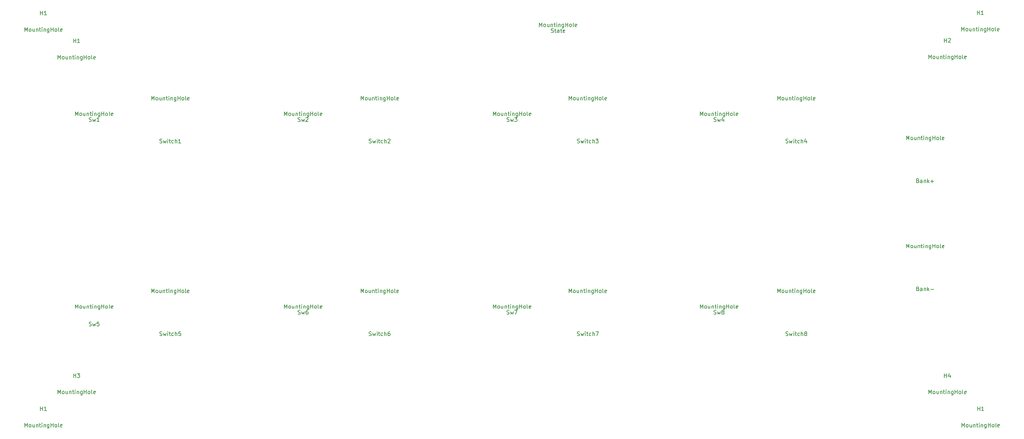
<source format=gbr>
%TF.GenerationSoftware,KiCad,Pcbnew,(6.0.9)*%
%TF.CreationDate,2022-12-12T15:43:42+01:00*%
%TF.ProjectId,BigFoot-Enclosure,42696746-6f6f-4742-9d45-6e636c6f7375,rev?*%
%TF.SameCoordinates,Original*%
%TF.FileFunction,AssemblyDrawing,Top*%
%FSLAX46Y46*%
G04 Gerber Fmt 4.6, Leading zero omitted, Abs format (unit mm)*
G04 Created by KiCad (PCBNEW (6.0.9)) date 2022-12-12 15:43:42*
%MOMM*%
%LPD*%
G01*
G04 APERTURE LIST*
%ADD10C,0.150000*%
G04 APERTURE END LIST*
D10*
%TO.C,Bank+*%
X251714285Y-78052380D02*
X251714285Y-77052380D01*
X252047619Y-77766666D01*
X252380952Y-77052380D01*
X252380952Y-78052380D01*
X253000000Y-78052380D02*
X252904761Y-78004761D01*
X252857142Y-77957142D01*
X252809523Y-77861904D01*
X252809523Y-77576190D01*
X252857142Y-77480952D01*
X252904761Y-77433333D01*
X253000000Y-77385714D01*
X253142857Y-77385714D01*
X253238095Y-77433333D01*
X253285714Y-77480952D01*
X253333333Y-77576190D01*
X253333333Y-77861904D01*
X253285714Y-77957142D01*
X253238095Y-78004761D01*
X253142857Y-78052380D01*
X253000000Y-78052380D01*
X254190476Y-77385714D02*
X254190476Y-78052380D01*
X253761904Y-77385714D02*
X253761904Y-77909523D01*
X253809523Y-78004761D01*
X253904761Y-78052380D01*
X254047619Y-78052380D01*
X254142857Y-78004761D01*
X254190476Y-77957142D01*
X254666666Y-77385714D02*
X254666666Y-78052380D01*
X254666666Y-77480952D02*
X254714285Y-77433333D01*
X254809523Y-77385714D01*
X254952380Y-77385714D01*
X255047619Y-77433333D01*
X255095238Y-77528571D01*
X255095238Y-78052380D01*
X255428571Y-77385714D02*
X255809523Y-77385714D01*
X255571428Y-77052380D02*
X255571428Y-77909523D01*
X255619047Y-78004761D01*
X255714285Y-78052380D01*
X255809523Y-78052380D01*
X256142857Y-78052380D02*
X256142857Y-77385714D01*
X256142857Y-77052380D02*
X256095238Y-77100000D01*
X256142857Y-77147619D01*
X256190476Y-77100000D01*
X256142857Y-77052380D01*
X256142857Y-77147619D01*
X256619047Y-77385714D02*
X256619047Y-78052380D01*
X256619047Y-77480952D02*
X256666666Y-77433333D01*
X256761904Y-77385714D01*
X256904761Y-77385714D01*
X257000000Y-77433333D01*
X257047619Y-77528571D01*
X257047619Y-78052380D01*
X257952380Y-77385714D02*
X257952380Y-78195238D01*
X257904761Y-78290476D01*
X257857142Y-78338095D01*
X257761904Y-78385714D01*
X257619047Y-78385714D01*
X257523809Y-78338095D01*
X257952380Y-78004761D02*
X257857142Y-78052380D01*
X257666666Y-78052380D01*
X257571428Y-78004761D01*
X257523809Y-77957142D01*
X257476190Y-77861904D01*
X257476190Y-77576190D01*
X257523809Y-77480952D01*
X257571428Y-77433333D01*
X257666666Y-77385714D01*
X257857142Y-77385714D01*
X257952380Y-77433333D01*
X258428571Y-78052380D02*
X258428571Y-77052380D01*
X258428571Y-77528571D02*
X259000000Y-77528571D01*
X259000000Y-78052380D02*
X259000000Y-77052380D01*
X259619047Y-78052380D02*
X259523809Y-78004761D01*
X259476190Y-77957142D01*
X259428571Y-77861904D01*
X259428571Y-77576190D01*
X259476190Y-77480952D01*
X259523809Y-77433333D01*
X259619047Y-77385714D01*
X259761904Y-77385714D01*
X259857142Y-77433333D01*
X259904761Y-77480952D01*
X259952380Y-77576190D01*
X259952380Y-77861904D01*
X259904761Y-77957142D01*
X259857142Y-78004761D01*
X259761904Y-78052380D01*
X259619047Y-78052380D01*
X260523809Y-78052380D02*
X260428571Y-78004761D01*
X260380952Y-77909523D01*
X260380952Y-77052380D01*
X261285714Y-78004761D02*
X261190476Y-78052380D01*
X261000000Y-78052380D01*
X260904761Y-78004761D01*
X260857142Y-77909523D01*
X260857142Y-77528571D01*
X260904761Y-77433333D01*
X261000000Y-77385714D01*
X261190476Y-77385714D01*
X261285714Y-77433333D01*
X261333333Y-77528571D01*
X261333333Y-77623809D01*
X260857142Y-77719047D01*
X254642857Y-88528571D02*
X254785714Y-88576190D01*
X254833333Y-88623809D01*
X254880952Y-88719047D01*
X254880952Y-88861904D01*
X254833333Y-88957142D01*
X254785714Y-89004761D01*
X254690476Y-89052380D01*
X254309523Y-89052380D01*
X254309523Y-88052380D01*
X254642857Y-88052380D01*
X254738095Y-88100000D01*
X254785714Y-88147619D01*
X254833333Y-88242857D01*
X254833333Y-88338095D01*
X254785714Y-88433333D01*
X254738095Y-88480952D01*
X254642857Y-88528571D01*
X254309523Y-88528571D01*
X255738095Y-89052380D02*
X255738095Y-88528571D01*
X255690476Y-88433333D01*
X255595238Y-88385714D01*
X255404761Y-88385714D01*
X255309523Y-88433333D01*
X255738095Y-89004761D02*
X255642857Y-89052380D01*
X255404761Y-89052380D01*
X255309523Y-89004761D01*
X255261904Y-88909523D01*
X255261904Y-88814285D01*
X255309523Y-88719047D01*
X255404761Y-88671428D01*
X255642857Y-88671428D01*
X255738095Y-88623809D01*
X256214285Y-88385714D02*
X256214285Y-89052380D01*
X256214285Y-88480952D02*
X256261904Y-88433333D01*
X256357142Y-88385714D01*
X256500000Y-88385714D01*
X256595238Y-88433333D01*
X256642857Y-88528571D01*
X256642857Y-89052380D01*
X257119047Y-89052380D02*
X257119047Y-88052380D01*
X257214285Y-88671428D02*
X257500000Y-89052380D01*
X257500000Y-88385714D02*
X257119047Y-88766666D01*
X257928571Y-88671428D02*
X258690476Y-88671428D01*
X258309523Y-89052380D02*
X258309523Y-88290476D01*
%TO.C,H1*%
X265914285Y-151652380D02*
X265914285Y-150652380D01*
X266247619Y-151366666D01*
X266580952Y-150652380D01*
X266580952Y-151652380D01*
X267200000Y-151652380D02*
X267104761Y-151604761D01*
X267057142Y-151557142D01*
X267009523Y-151461904D01*
X267009523Y-151176190D01*
X267057142Y-151080952D01*
X267104761Y-151033333D01*
X267200000Y-150985714D01*
X267342857Y-150985714D01*
X267438095Y-151033333D01*
X267485714Y-151080952D01*
X267533333Y-151176190D01*
X267533333Y-151461904D01*
X267485714Y-151557142D01*
X267438095Y-151604761D01*
X267342857Y-151652380D01*
X267200000Y-151652380D01*
X268390476Y-150985714D02*
X268390476Y-151652380D01*
X267961904Y-150985714D02*
X267961904Y-151509523D01*
X268009523Y-151604761D01*
X268104761Y-151652380D01*
X268247619Y-151652380D01*
X268342857Y-151604761D01*
X268390476Y-151557142D01*
X268866666Y-150985714D02*
X268866666Y-151652380D01*
X268866666Y-151080952D02*
X268914285Y-151033333D01*
X269009523Y-150985714D01*
X269152380Y-150985714D01*
X269247619Y-151033333D01*
X269295238Y-151128571D01*
X269295238Y-151652380D01*
X269628571Y-150985714D02*
X270009523Y-150985714D01*
X269771428Y-150652380D02*
X269771428Y-151509523D01*
X269819047Y-151604761D01*
X269914285Y-151652380D01*
X270009523Y-151652380D01*
X270342857Y-151652380D02*
X270342857Y-150985714D01*
X270342857Y-150652380D02*
X270295238Y-150700000D01*
X270342857Y-150747619D01*
X270390476Y-150700000D01*
X270342857Y-150652380D01*
X270342857Y-150747619D01*
X270819047Y-150985714D02*
X270819047Y-151652380D01*
X270819047Y-151080952D02*
X270866666Y-151033333D01*
X270961904Y-150985714D01*
X271104761Y-150985714D01*
X271200000Y-151033333D01*
X271247619Y-151128571D01*
X271247619Y-151652380D01*
X272152380Y-150985714D02*
X272152380Y-151795238D01*
X272104761Y-151890476D01*
X272057142Y-151938095D01*
X271961904Y-151985714D01*
X271819047Y-151985714D01*
X271723809Y-151938095D01*
X272152380Y-151604761D02*
X272057142Y-151652380D01*
X271866666Y-151652380D01*
X271771428Y-151604761D01*
X271723809Y-151557142D01*
X271676190Y-151461904D01*
X271676190Y-151176190D01*
X271723809Y-151080952D01*
X271771428Y-151033333D01*
X271866666Y-150985714D01*
X272057142Y-150985714D01*
X272152380Y-151033333D01*
X272628571Y-151652380D02*
X272628571Y-150652380D01*
X272628571Y-151128571D02*
X273200000Y-151128571D01*
X273200000Y-151652380D02*
X273200000Y-150652380D01*
X273819047Y-151652380D02*
X273723809Y-151604761D01*
X273676190Y-151557142D01*
X273628571Y-151461904D01*
X273628571Y-151176190D01*
X273676190Y-151080952D01*
X273723809Y-151033333D01*
X273819047Y-150985714D01*
X273961904Y-150985714D01*
X274057142Y-151033333D01*
X274104761Y-151080952D01*
X274152380Y-151176190D01*
X274152380Y-151461904D01*
X274104761Y-151557142D01*
X274057142Y-151604761D01*
X273961904Y-151652380D01*
X273819047Y-151652380D01*
X274723809Y-151652380D02*
X274628571Y-151604761D01*
X274580952Y-151509523D01*
X274580952Y-150652380D01*
X275485714Y-151604761D02*
X275390476Y-151652380D01*
X275200000Y-151652380D01*
X275104761Y-151604761D01*
X275057142Y-151509523D01*
X275057142Y-151128571D01*
X275104761Y-151033333D01*
X275200000Y-150985714D01*
X275390476Y-150985714D01*
X275485714Y-151033333D01*
X275533333Y-151128571D01*
X275533333Y-151223809D01*
X275057142Y-151319047D01*
X269938095Y-147452380D02*
X269938095Y-146452380D01*
X269938095Y-146928571D02*
X270509523Y-146928571D01*
X270509523Y-147452380D02*
X270509523Y-146452380D01*
X271509523Y-147452380D02*
X270938095Y-147452380D01*
X271223809Y-147452380D02*
X271223809Y-146452380D01*
X271128571Y-146595238D01*
X271033333Y-146690476D01*
X270938095Y-146738095D01*
%TO.C,Switch5*%
X58414285Y-117252380D02*
X58414285Y-116252380D01*
X58747619Y-116966666D01*
X59080952Y-116252380D01*
X59080952Y-117252380D01*
X59700000Y-117252380D02*
X59604761Y-117204761D01*
X59557142Y-117157142D01*
X59509523Y-117061904D01*
X59509523Y-116776190D01*
X59557142Y-116680952D01*
X59604761Y-116633333D01*
X59700000Y-116585714D01*
X59842857Y-116585714D01*
X59938095Y-116633333D01*
X59985714Y-116680952D01*
X60033333Y-116776190D01*
X60033333Y-117061904D01*
X59985714Y-117157142D01*
X59938095Y-117204761D01*
X59842857Y-117252380D01*
X59700000Y-117252380D01*
X60890476Y-116585714D02*
X60890476Y-117252380D01*
X60461904Y-116585714D02*
X60461904Y-117109523D01*
X60509523Y-117204761D01*
X60604761Y-117252380D01*
X60747619Y-117252380D01*
X60842857Y-117204761D01*
X60890476Y-117157142D01*
X61366666Y-116585714D02*
X61366666Y-117252380D01*
X61366666Y-116680952D02*
X61414285Y-116633333D01*
X61509523Y-116585714D01*
X61652380Y-116585714D01*
X61747619Y-116633333D01*
X61795238Y-116728571D01*
X61795238Y-117252380D01*
X62128571Y-116585714D02*
X62509523Y-116585714D01*
X62271428Y-116252380D02*
X62271428Y-117109523D01*
X62319047Y-117204761D01*
X62414285Y-117252380D01*
X62509523Y-117252380D01*
X62842857Y-117252380D02*
X62842857Y-116585714D01*
X62842857Y-116252380D02*
X62795238Y-116300000D01*
X62842857Y-116347619D01*
X62890476Y-116300000D01*
X62842857Y-116252380D01*
X62842857Y-116347619D01*
X63319047Y-116585714D02*
X63319047Y-117252380D01*
X63319047Y-116680952D02*
X63366666Y-116633333D01*
X63461904Y-116585714D01*
X63604761Y-116585714D01*
X63700000Y-116633333D01*
X63747619Y-116728571D01*
X63747619Y-117252380D01*
X64652380Y-116585714D02*
X64652380Y-117395238D01*
X64604761Y-117490476D01*
X64557142Y-117538095D01*
X64461904Y-117585714D01*
X64319047Y-117585714D01*
X64223809Y-117538095D01*
X64652380Y-117204761D02*
X64557142Y-117252380D01*
X64366666Y-117252380D01*
X64271428Y-117204761D01*
X64223809Y-117157142D01*
X64176190Y-117061904D01*
X64176190Y-116776190D01*
X64223809Y-116680952D01*
X64271428Y-116633333D01*
X64366666Y-116585714D01*
X64557142Y-116585714D01*
X64652380Y-116633333D01*
X65128571Y-117252380D02*
X65128571Y-116252380D01*
X65128571Y-116728571D02*
X65700000Y-116728571D01*
X65700000Y-117252380D02*
X65700000Y-116252380D01*
X66319047Y-117252380D02*
X66223809Y-117204761D01*
X66176190Y-117157142D01*
X66128571Y-117061904D01*
X66128571Y-116776190D01*
X66176190Y-116680952D01*
X66223809Y-116633333D01*
X66319047Y-116585714D01*
X66461904Y-116585714D01*
X66557142Y-116633333D01*
X66604761Y-116680952D01*
X66652380Y-116776190D01*
X66652380Y-117061904D01*
X66604761Y-117157142D01*
X66557142Y-117204761D01*
X66461904Y-117252380D01*
X66319047Y-117252380D01*
X67223809Y-117252380D02*
X67128571Y-117204761D01*
X67080952Y-117109523D01*
X67080952Y-116252380D01*
X67985714Y-117204761D02*
X67890476Y-117252380D01*
X67700000Y-117252380D01*
X67604761Y-117204761D01*
X67557142Y-117109523D01*
X67557142Y-116728571D01*
X67604761Y-116633333D01*
X67700000Y-116585714D01*
X67890476Y-116585714D01*
X67985714Y-116633333D01*
X68033333Y-116728571D01*
X68033333Y-116823809D01*
X67557142Y-116919047D01*
X60509523Y-128204761D02*
X60652380Y-128252380D01*
X60890476Y-128252380D01*
X60985714Y-128204761D01*
X61033333Y-128157142D01*
X61080952Y-128061904D01*
X61080952Y-127966666D01*
X61033333Y-127871428D01*
X60985714Y-127823809D01*
X60890476Y-127776190D01*
X60700000Y-127728571D01*
X60604761Y-127680952D01*
X60557142Y-127633333D01*
X60509523Y-127538095D01*
X60509523Y-127442857D01*
X60557142Y-127347619D01*
X60604761Y-127300000D01*
X60700000Y-127252380D01*
X60938095Y-127252380D01*
X61080952Y-127300000D01*
X61414285Y-127585714D02*
X61604761Y-128252380D01*
X61795238Y-127776190D01*
X61985714Y-128252380D01*
X62176190Y-127585714D01*
X62557142Y-128252380D02*
X62557142Y-127585714D01*
X62557142Y-127252380D02*
X62509523Y-127300000D01*
X62557142Y-127347619D01*
X62604761Y-127300000D01*
X62557142Y-127252380D01*
X62557142Y-127347619D01*
X62890476Y-127585714D02*
X63271428Y-127585714D01*
X63033333Y-127252380D02*
X63033333Y-128109523D01*
X63080952Y-128204761D01*
X63176190Y-128252380D01*
X63271428Y-128252380D01*
X64033333Y-128204761D02*
X63938095Y-128252380D01*
X63747619Y-128252380D01*
X63652380Y-128204761D01*
X63604761Y-128157142D01*
X63557142Y-128061904D01*
X63557142Y-127776190D01*
X63604761Y-127680952D01*
X63652380Y-127633333D01*
X63747619Y-127585714D01*
X63938095Y-127585714D01*
X64033333Y-127633333D01*
X64461904Y-128252380D02*
X64461904Y-127252380D01*
X64890476Y-128252380D02*
X64890476Y-127728571D01*
X64842857Y-127633333D01*
X64747619Y-127585714D01*
X64604761Y-127585714D01*
X64509523Y-127633333D01*
X64461904Y-127680952D01*
X65842857Y-127252380D02*
X65366666Y-127252380D01*
X65319047Y-127728571D01*
X65366666Y-127680952D01*
X65461904Y-127633333D01*
X65700000Y-127633333D01*
X65795238Y-127680952D01*
X65842857Y-127728571D01*
X65890476Y-127823809D01*
X65890476Y-128061904D01*
X65842857Y-128157142D01*
X65795238Y-128204761D01*
X65700000Y-128252380D01*
X65461904Y-128252380D01*
X65366666Y-128204761D01*
X65319047Y-128157142D01*
%TO.C,Bank-*%
X251714285Y-105752380D02*
X251714285Y-104752380D01*
X252047619Y-105466666D01*
X252380952Y-104752380D01*
X252380952Y-105752380D01*
X253000000Y-105752380D02*
X252904761Y-105704761D01*
X252857142Y-105657142D01*
X252809523Y-105561904D01*
X252809523Y-105276190D01*
X252857142Y-105180952D01*
X252904761Y-105133333D01*
X253000000Y-105085714D01*
X253142857Y-105085714D01*
X253238095Y-105133333D01*
X253285714Y-105180952D01*
X253333333Y-105276190D01*
X253333333Y-105561904D01*
X253285714Y-105657142D01*
X253238095Y-105704761D01*
X253142857Y-105752380D01*
X253000000Y-105752380D01*
X254190476Y-105085714D02*
X254190476Y-105752380D01*
X253761904Y-105085714D02*
X253761904Y-105609523D01*
X253809523Y-105704761D01*
X253904761Y-105752380D01*
X254047619Y-105752380D01*
X254142857Y-105704761D01*
X254190476Y-105657142D01*
X254666666Y-105085714D02*
X254666666Y-105752380D01*
X254666666Y-105180952D02*
X254714285Y-105133333D01*
X254809523Y-105085714D01*
X254952380Y-105085714D01*
X255047619Y-105133333D01*
X255095238Y-105228571D01*
X255095238Y-105752380D01*
X255428571Y-105085714D02*
X255809523Y-105085714D01*
X255571428Y-104752380D02*
X255571428Y-105609523D01*
X255619047Y-105704761D01*
X255714285Y-105752380D01*
X255809523Y-105752380D01*
X256142857Y-105752380D02*
X256142857Y-105085714D01*
X256142857Y-104752380D02*
X256095238Y-104800000D01*
X256142857Y-104847619D01*
X256190476Y-104800000D01*
X256142857Y-104752380D01*
X256142857Y-104847619D01*
X256619047Y-105085714D02*
X256619047Y-105752380D01*
X256619047Y-105180952D02*
X256666666Y-105133333D01*
X256761904Y-105085714D01*
X256904761Y-105085714D01*
X257000000Y-105133333D01*
X257047619Y-105228571D01*
X257047619Y-105752380D01*
X257952380Y-105085714D02*
X257952380Y-105895238D01*
X257904761Y-105990476D01*
X257857142Y-106038095D01*
X257761904Y-106085714D01*
X257619047Y-106085714D01*
X257523809Y-106038095D01*
X257952380Y-105704761D02*
X257857142Y-105752380D01*
X257666666Y-105752380D01*
X257571428Y-105704761D01*
X257523809Y-105657142D01*
X257476190Y-105561904D01*
X257476190Y-105276190D01*
X257523809Y-105180952D01*
X257571428Y-105133333D01*
X257666666Y-105085714D01*
X257857142Y-105085714D01*
X257952380Y-105133333D01*
X258428571Y-105752380D02*
X258428571Y-104752380D01*
X258428571Y-105228571D02*
X259000000Y-105228571D01*
X259000000Y-105752380D02*
X259000000Y-104752380D01*
X259619047Y-105752380D02*
X259523809Y-105704761D01*
X259476190Y-105657142D01*
X259428571Y-105561904D01*
X259428571Y-105276190D01*
X259476190Y-105180952D01*
X259523809Y-105133333D01*
X259619047Y-105085714D01*
X259761904Y-105085714D01*
X259857142Y-105133333D01*
X259904761Y-105180952D01*
X259952380Y-105276190D01*
X259952380Y-105561904D01*
X259904761Y-105657142D01*
X259857142Y-105704761D01*
X259761904Y-105752380D01*
X259619047Y-105752380D01*
X260523809Y-105752380D02*
X260428571Y-105704761D01*
X260380952Y-105609523D01*
X260380952Y-104752380D01*
X261285714Y-105704761D02*
X261190476Y-105752380D01*
X261000000Y-105752380D01*
X260904761Y-105704761D01*
X260857142Y-105609523D01*
X260857142Y-105228571D01*
X260904761Y-105133333D01*
X261000000Y-105085714D01*
X261190476Y-105085714D01*
X261285714Y-105133333D01*
X261333333Y-105228571D01*
X261333333Y-105323809D01*
X260857142Y-105419047D01*
X254642857Y-116228571D02*
X254785714Y-116276190D01*
X254833333Y-116323809D01*
X254880952Y-116419047D01*
X254880952Y-116561904D01*
X254833333Y-116657142D01*
X254785714Y-116704761D01*
X254690476Y-116752380D01*
X254309523Y-116752380D01*
X254309523Y-115752380D01*
X254642857Y-115752380D01*
X254738095Y-115800000D01*
X254785714Y-115847619D01*
X254833333Y-115942857D01*
X254833333Y-116038095D01*
X254785714Y-116133333D01*
X254738095Y-116180952D01*
X254642857Y-116228571D01*
X254309523Y-116228571D01*
X255738095Y-116752380D02*
X255738095Y-116228571D01*
X255690476Y-116133333D01*
X255595238Y-116085714D01*
X255404761Y-116085714D01*
X255309523Y-116133333D01*
X255738095Y-116704761D02*
X255642857Y-116752380D01*
X255404761Y-116752380D01*
X255309523Y-116704761D01*
X255261904Y-116609523D01*
X255261904Y-116514285D01*
X255309523Y-116419047D01*
X255404761Y-116371428D01*
X255642857Y-116371428D01*
X255738095Y-116323809D01*
X256214285Y-116085714D02*
X256214285Y-116752380D01*
X256214285Y-116180952D02*
X256261904Y-116133333D01*
X256357142Y-116085714D01*
X256500000Y-116085714D01*
X256595238Y-116133333D01*
X256642857Y-116228571D01*
X256642857Y-116752380D01*
X257119047Y-116752380D02*
X257119047Y-115752380D01*
X257214285Y-116371428D02*
X257500000Y-116752380D01*
X257500000Y-116085714D02*
X257119047Y-116466666D01*
X257928571Y-116371428D02*
X258690476Y-116371428D01*
%TO.C,Switch3*%
X165314285Y-67852380D02*
X165314285Y-66852380D01*
X165647619Y-67566666D01*
X165980952Y-66852380D01*
X165980952Y-67852380D01*
X166600000Y-67852380D02*
X166504761Y-67804761D01*
X166457142Y-67757142D01*
X166409523Y-67661904D01*
X166409523Y-67376190D01*
X166457142Y-67280952D01*
X166504761Y-67233333D01*
X166600000Y-67185714D01*
X166742857Y-67185714D01*
X166838095Y-67233333D01*
X166885714Y-67280952D01*
X166933333Y-67376190D01*
X166933333Y-67661904D01*
X166885714Y-67757142D01*
X166838095Y-67804761D01*
X166742857Y-67852380D01*
X166600000Y-67852380D01*
X167790476Y-67185714D02*
X167790476Y-67852380D01*
X167361904Y-67185714D02*
X167361904Y-67709523D01*
X167409523Y-67804761D01*
X167504761Y-67852380D01*
X167647619Y-67852380D01*
X167742857Y-67804761D01*
X167790476Y-67757142D01*
X168266666Y-67185714D02*
X168266666Y-67852380D01*
X168266666Y-67280952D02*
X168314285Y-67233333D01*
X168409523Y-67185714D01*
X168552380Y-67185714D01*
X168647619Y-67233333D01*
X168695238Y-67328571D01*
X168695238Y-67852380D01*
X169028571Y-67185714D02*
X169409523Y-67185714D01*
X169171428Y-66852380D02*
X169171428Y-67709523D01*
X169219047Y-67804761D01*
X169314285Y-67852380D01*
X169409523Y-67852380D01*
X169742857Y-67852380D02*
X169742857Y-67185714D01*
X169742857Y-66852380D02*
X169695238Y-66900000D01*
X169742857Y-66947619D01*
X169790476Y-66900000D01*
X169742857Y-66852380D01*
X169742857Y-66947619D01*
X170219047Y-67185714D02*
X170219047Y-67852380D01*
X170219047Y-67280952D02*
X170266666Y-67233333D01*
X170361904Y-67185714D01*
X170504761Y-67185714D01*
X170600000Y-67233333D01*
X170647619Y-67328571D01*
X170647619Y-67852380D01*
X171552380Y-67185714D02*
X171552380Y-67995238D01*
X171504761Y-68090476D01*
X171457142Y-68138095D01*
X171361904Y-68185714D01*
X171219047Y-68185714D01*
X171123809Y-68138095D01*
X171552380Y-67804761D02*
X171457142Y-67852380D01*
X171266666Y-67852380D01*
X171171428Y-67804761D01*
X171123809Y-67757142D01*
X171076190Y-67661904D01*
X171076190Y-67376190D01*
X171123809Y-67280952D01*
X171171428Y-67233333D01*
X171266666Y-67185714D01*
X171457142Y-67185714D01*
X171552380Y-67233333D01*
X172028571Y-67852380D02*
X172028571Y-66852380D01*
X172028571Y-67328571D02*
X172600000Y-67328571D01*
X172600000Y-67852380D02*
X172600000Y-66852380D01*
X173219047Y-67852380D02*
X173123809Y-67804761D01*
X173076190Y-67757142D01*
X173028571Y-67661904D01*
X173028571Y-67376190D01*
X173076190Y-67280952D01*
X173123809Y-67233333D01*
X173219047Y-67185714D01*
X173361904Y-67185714D01*
X173457142Y-67233333D01*
X173504761Y-67280952D01*
X173552380Y-67376190D01*
X173552380Y-67661904D01*
X173504761Y-67757142D01*
X173457142Y-67804761D01*
X173361904Y-67852380D01*
X173219047Y-67852380D01*
X174123809Y-67852380D02*
X174028571Y-67804761D01*
X173980952Y-67709523D01*
X173980952Y-66852380D01*
X174885714Y-67804761D02*
X174790476Y-67852380D01*
X174600000Y-67852380D01*
X174504761Y-67804761D01*
X174457142Y-67709523D01*
X174457142Y-67328571D01*
X174504761Y-67233333D01*
X174600000Y-67185714D01*
X174790476Y-67185714D01*
X174885714Y-67233333D01*
X174933333Y-67328571D01*
X174933333Y-67423809D01*
X174457142Y-67519047D01*
X167409523Y-78804761D02*
X167552380Y-78852380D01*
X167790476Y-78852380D01*
X167885714Y-78804761D01*
X167933333Y-78757142D01*
X167980952Y-78661904D01*
X167980952Y-78566666D01*
X167933333Y-78471428D01*
X167885714Y-78423809D01*
X167790476Y-78376190D01*
X167600000Y-78328571D01*
X167504761Y-78280952D01*
X167457142Y-78233333D01*
X167409523Y-78138095D01*
X167409523Y-78042857D01*
X167457142Y-77947619D01*
X167504761Y-77900000D01*
X167600000Y-77852380D01*
X167838095Y-77852380D01*
X167980952Y-77900000D01*
X168314285Y-78185714D02*
X168504761Y-78852380D01*
X168695238Y-78376190D01*
X168885714Y-78852380D01*
X169076190Y-78185714D01*
X169457142Y-78852380D02*
X169457142Y-78185714D01*
X169457142Y-77852380D02*
X169409523Y-77900000D01*
X169457142Y-77947619D01*
X169504761Y-77900000D01*
X169457142Y-77852380D01*
X169457142Y-77947619D01*
X169790476Y-78185714D02*
X170171428Y-78185714D01*
X169933333Y-77852380D02*
X169933333Y-78709523D01*
X169980952Y-78804761D01*
X170076190Y-78852380D01*
X170171428Y-78852380D01*
X170933333Y-78804761D02*
X170838095Y-78852380D01*
X170647619Y-78852380D01*
X170552380Y-78804761D01*
X170504761Y-78757142D01*
X170457142Y-78661904D01*
X170457142Y-78376190D01*
X170504761Y-78280952D01*
X170552380Y-78233333D01*
X170647619Y-78185714D01*
X170838095Y-78185714D01*
X170933333Y-78233333D01*
X171361904Y-78852380D02*
X171361904Y-77852380D01*
X171790476Y-78852380D02*
X171790476Y-78328571D01*
X171742857Y-78233333D01*
X171647619Y-78185714D01*
X171504761Y-78185714D01*
X171409523Y-78233333D01*
X171361904Y-78280952D01*
X172171428Y-77852380D02*
X172790476Y-77852380D01*
X172457142Y-78233333D01*
X172600000Y-78233333D01*
X172695238Y-78280952D01*
X172742857Y-78328571D01*
X172790476Y-78423809D01*
X172790476Y-78661904D01*
X172742857Y-78757142D01*
X172695238Y-78804761D01*
X172600000Y-78852380D01*
X172314285Y-78852380D01*
X172219047Y-78804761D01*
X172171428Y-78757142D01*
%TO.C,Switch2*%
X112014285Y-67852380D02*
X112014285Y-66852380D01*
X112347619Y-67566666D01*
X112680952Y-66852380D01*
X112680952Y-67852380D01*
X113300000Y-67852380D02*
X113204761Y-67804761D01*
X113157142Y-67757142D01*
X113109523Y-67661904D01*
X113109523Y-67376190D01*
X113157142Y-67280952D01*
X113204761Y-67233333D01*
X113300000Y-67185714D01*
X113442857Y-67185714D01*
X113538095Y-67233333D01*
X113585714Y-67280952D01*
X113633333Y-67376190D01*
X113633333Y-67661904D01*
X113585714Y-67757142D01*
X113538095Y-67804761D01*
X113442857Y-67852380D01*
X113300000Y-67852380D01*
X114490476Y-67185714D02*
X114490476Y-67852380D01*
X114061904Y-67185714D02*
X114061904Y-67709523D01*
X114109523Y-67804761D01*
X114204761Y-67852380D01*
X114347619Y-67852380D01*
X114442857Y-67804761D01*
X114490476Y-67757142D01*
X114966666Y-67185714D02*
X114966666Y-67852380D01*
X114966666Y-67280952D02*
X115014285Y-67233333D01*
X115109523Y-67185714D01*
X115252380Y-67185714D01*
X115347619Y-67233333D01*
X115395238Y-67328571D01*
X115395238Y-67852380D01*
X115728571Y-67185714D02*
X116109523Y-67185714D01*
X115871428Y-66852380D02*
X115871428Y-67709523D01*
X115919047Y-67804761D01*
X116014285Y-67852380D01*
X116109523Y-67852380D01*
X116442857Y-67852380D02*
X116442857Y-67185714D01*
X116442857Y-66852380D02*
X116395238Y-66900000D01*
X116442857Y-66947619D01*
X116490476Y-66900000D01*
X116442857Y-66852380D01*
X116442857Y-66947619D01*
X116919047Y-67185714D02*
X116919047Y-67852380D01*
X116919047Y-67280952D02*
X116966666Y-67233333D01*
X117061904Y-67185714D01*
X117204761Y-67185714D01*
X117300000Y-67233333D01*
X117347619Y-67328571D01*
X117347619Y-67852380D01*
X118252380Y-67185714D02*
X118252380Y-67995238D01*
X118204761Y-68090476D01*
X118157142Y-68138095D01*
X118061904Y-68185714D01*
X117919047Y-68185714D01*
X117823809Y-68138095D01*
X118252380Y-67804761D02*
X118157142Y-67852380D01*
X117966666Y-67852380D01*
X117871428Y-67804761D01*
X117823809Y-67757142D01*
X117776190Y-67661904D01*
X117776190Y-67376190D01*
X117823809Y-67280952D01*
X117871428Y-67233333D01*
X117966666Y-67185714D01*
X118157142Y-67185714D01*
X118252380Y-67233333D01*
X118728571Y-67852380D02*
X118728571Y-66852380D01*
X118728571Y-67328571D02*
X119300000Y-67328571D01*
X119300000Y-67852380D02*
X119300000Y-66852380D01*
X119919047Y-67852380D02*
X119823809Y-67804761D01*
X119776190Y-67757142D01*
X119728571Y-67661904D01*
X119728571Y-67376190D01*
X119776190Y-67280952D01*
X119823809Y-67233333D01*
X119919047Y-67185714D01*
X120061904Y-67185714D01*
X120157142Y-67233333D01*
X120204761Y-67280952D01*
X120252380Y-67376190D01*
X120252380Y-67661904D01*
X120204761Y-67757142D01*
X120157142Y-67804761D01*
X120061904Y-67852380D01*
X119919047Y-67852380D01*
X120823809Y-67852380D02*
X120728571Y-67804761D01*
X120680952Y-67709523D01*
X120680952Y-66852380D01*
X121585714Y-67804761D02*
X121490476Y-67852380D01*
X121300000Y-67852380D01*
X121204761Y-67804761D01*
X121157142Y-67709523D01*
X121157142Y-67328571D01*
X121204761Y-67233333D01*
X121300000Y-67185714D01*
X121490476Y-67185714D01*
X121585714Y-67233333D01*
X121633333Y-67328571D01*
X121633333Y-67423809D01*
X121157142Y-67519047D01*
X114109523Y-78804761D02*
X114252380Y-78852380D01*
X114490476Y-78852380D01*
X114585714Y-78804761D01*
X114633333Y-78757142D01*
X114680952Y-78661904D01*
X114680952Y-78566666D01*
X114633333Y-78471428D01*
X114585714Y-78423809D01*
X114490476Y-78376190D01*
X114300000Y-78328571D01*
X114204761Y-78280952D01*
X114157142Y-78233333D01*
X114109523Y-78138095D01*
X114109523Y-78042857D01*
X114157142Y-77947619D01*
X114204761Y-77900000D01*
X114300000Y-77852380D01*
X114538095Y-77852380D01*
X114680952Y-77900000D01*
X115014285Y-78185714D02*
X115204761Y-78852380D01*
X115395238Y-78376190D01*
X115585714Y-78852380D01*
X115776190Y-78185714D01*
X116157142Y-78852380D02*
X116157142Y-78185714D01*
X116157142Y-77852380D02*
X116109523Y-77900000D01*
X116157142Y-77947619D01*
X116204761Y-77900000D01*
X116157142Y-77852380D01*
X116157142Y-77947619D01*
X116490476Y-78185714D02*
X116871428Y-78185714D01*
X116633333Y-77852380D02*
X116633333Y-78709523D01*
X116680952Y-78804761D01*
X116776190Y-78852380D01*
X116871428Y-78852380D01*
X117633333Y-78804761D02*
X117538095Y-78852380D01*
X117347619Y-78852380D01*
X117252380Y-78804761D01*
X117204761Y-78757142D01*
X117157142Y-78661904D01*
X117157142Y-78376190D01*
X117204761Y-78280952D01*
X117252380Y-78233333D01*
X117347619Y-78185714D01*
X117538095Y-78185714D01*
X117633333Y-78233333D01*
X118061904Y-78852380D02*
X118061904Y-77852380D01*
X118490476Y-78852380D02*
X118490476Y-78328571D01*
X118442857Y-78233333D01*
X118347619Y-78185714D01*
X118204761Y-78185714D01*
X118109523Y-78233333D01*
X118061904Y-78280952D01*
X118919047Y-77947619D02*
X118966666Y-77900000D01*
X119061904Y-77852380D01*
X119300000Y-77852380D01*
X119395238Y-77900000D01*
X119442857Y-77947619D01*
X119490476Y-78042857D01*
X119490476Y-78138095D01*
X119442857Y-78280952D01*
X118871428Y-78852380D01*
X119490476Y-78852380D01*
%TO.C,H1*%
X34414285Y-57352380D02*
X34414285Y-56352380D01*
X34747619Y-57066666D01*
X35080952Y-56352380D01*
X35080952Y-57352380D01*
X35700000Y-57352380D02*
X35604761Y-57304761D01*
X35557142Y-57257142D01*
X35509523Y-57161904D01*
X35509523Y-56876190D01*
X35557142Y-56780952D01*
X35604761Y-56733333D01*
X35700000Y-56685714D01*
X35842857Y-56685714D01*
X35938095Y-56733333D01*
X35985714Y-56780952D01*
X36033333Y-56876190D01*
X36033333Y-57161904D01*
X35985714Y-57257142D01*
X35938095Y-57304761D01*
X35842857Y-57352380D01*
X35700000Y-57352380D01*
X36890476Y-56685714D02*
X36890476Y-57352380D01*
X36461904Y-56685714D02*
X36461904Y-57209523D01*
X36509523Y-57304761D01*
X36604761Y-57352380D01*
X36747619Y-57352380D01*
X36842857Y-57304761D01*
X36890476Y-57257142D01*
X37366666Y-56685714D02*
X37366666Y-57352380D01*
X37366666Y-56780952D02*
X37414285Y-56733333D01*
X37509523Y-56685714D01*
X37652380Y-56685714D01*
X37747619Y-56733333D01*
X37795238Y-56828571D01*
X37795238Y-57352380D01*
X38128571Y-56685714D02*
X38509523Y-56685714D01*
X38271428Y-56352380D02*
X38271428Y-57209523D01*
X38319047Y-57304761D01*
X38414285Y-57352380D01*
X38509523Y-57352380D01*
X38842857Y-57352380D02*
X38842857Y-56685714D01*
X38842857Y-56352380D02*
X38795238Y-56400000D01*
X38842857Y-56447619D01*
X38890476Y-56400000D01*
X38842857Y-56352380D01*
X38842857Y-56447619D01*
X39319047Y-56685714D02*
X39319047Y-57352380D01*
X39319047Y-56780952D02*
X39366666Y-56733333D01*
X39461904Y-56685714D01*
X39604761Y-56685714D01*
X39700000Y-56733333D01*
X39747619Y-56828571D01*
X39747619Y-57352380D01*
X40652380Y-56685714D02*
X40652380Y-57495238D01*
X40604761Y-57590476D01*
X40557142Y-57638095D01*
X40461904Y-57685714D01*
X40319047Y-57685714D01*
X40223809Y-57638095D01*
X40652380Y-57304761D02*
X40557142Y-57352380D01*
X40366666Y-57352380D01*
X40271428Y-57304761D01*
X40223809Y-57257142D01*
X40176190Y-57161904D01*
X40176190Y-56876190D01*
X40223809Y-56780952D01*
X40271428Y-56733333D01*
X40366666Y-56685714D01*
X40557142Y-56685714D01*
X40652380Y-56733333D01*
X41128571Y-57352380D02*
X41128571Y-56352380D01*
X41128571Y-56828571D02*
X41700000Y-56828571D01*
X41700000Y-57352380D02*
X41700000Y-56352380D01*
X42319047Y-57352380D02*
X42223809Y-57304761D01*
X42176190Y-57257142D01*
X42128571Y-57161904D01*
X42128571Y-56876190D01*
X42176190Y-56780952D01*
X42223809Y-56733333D01*
X42319047Y-56685714D01*
X42461904Y-56685714D01*
X42557142Y-56733333D01*
X42604761Y-56780952D01*
X42652380Y-56876190D01*
X42652380Y-57161904D01*
X42604761Y-57257142D01*
X42557142Y-57304761D01*
X42461904Y-57352380D01*
X42319047Y-57352380D01*
X43223809Y-57352380D02*
X43128571Y-57304761D01*
X43080952Y-57209523D01*
X43080952Y-56352380D01*
X43985714Y-57304761D02*
X43890476Y-57352380D01*
X43700000Y-57352380D01*
X43604761Y-57304761D01*
X43557142Y-57209523D01*
X43557142Y-56828571D01*
X43604761Y-56733333D01*
X43700000Y-56685714D01*
X43890476Y-56685714D01*
X43985714Y-56733333D01*
X44033333Y-56828571D01*
X44033333Y-56923809D01*
X43557142Y-57019047D01*
X38438095Y-53152380D02*
X38438095Y-52152380D01*
X38438095Y-52628571D02*
X39009523Y-52628571D01*
X39009523Y-53152380D02*
X39009523Y-52152380D01*
X40009523Y-53152380D02*
X39438095Y-53152380D01*
X39723809Y-53152380D02*
X39723809Y-52152380D01*
X39628571Y-52295238D01*
X39533333Y-52390476D01*
X39438095Y-52438095D01*
%TO.C,Sw5*%
X38914285Y-121252380D02*
X38914285Y-120252380D01*
X39247619Y-120966666D01*
X39580952Y-120252380D01*
X39580952Y-121252380D01*
X40200000Y-121252380D02*
X40104761Y-121204761D01*
X40057142Y-121157142D01*
X40009523Y-121061904D01*
X40009523Y-120776190D01*
X40057142Y-120680952D01*
X40104761Y-120633333D01*
X40200000Y-120585714D01*
X40342857Y-120585714D01*
X40438095Y-120633333D01*
X40485714Y-120680952D01*
X40533333Y-120776190D01*
X40533333Y-121061904D01*
X40485714Y-121157142D01*
X40438095Y-121204761D01*
X40342857Y-121252380D01*
X40200000Y-121252380D01*
X41390476Y-120585714D02*
X41390476Y-121252380D01*
X40961904Y-120585714D02*
X40961904Y-121109523D01*
X41009523Y-121204761D01*
X41104761Y-121252380D01*
X41247619Y-121252380D01*
X41342857Y-121204761D01*
X41390476Y-121157142D01*
X41866666Y-120585714D02*
X41866666Y-121252380D01*
X41866666Y-120680952D02*
X41914285Y-120633333D01*
X42009523Y-120585714D01*
X42152380Y-120585714D01*
X42247619Y-120633333D01*
X42295238Y-120728571D01*
X42295238Y-121252380D01*
X42628571Y-120585714D02*
X43009523Y-120585714D01*
X42771428Y-120252380D02*
X42771428Y-121109523D01*
X42819047Y-121204761D01*
X42914285Y-121252380D01*
X43009523Y-121252380D01*
X43342857Y-121252380D02*
X43342857Y-120585714D01*
X43342857Y-120252380D02*
X43295238Y-120300000D01*
X43342857Y-120347619D01*
X43390476Y-120300000D01*
X43342857Y-120252380D01*
X43342857Y-120347619D01*
X43819047Y-120585714D02*
X43819047Y-121252380D01*
X43819047Y-120680952D02*
X43866666Y-120633333D01*
X43961904Y-120585714D01*
X44104761Y-120585714D01*
X44200000Y-120633333D01*
X44247619Y-120728571D01*
X44247619Y-121252380D01*
X45152380Y-120585714D02*
X45152380Y-121395238D01*
X45104761Y-121490476D01*
X45057142Y-121538095D01*
X44961904Y-121585714D01*
X44819047Y-121585714D01*
X44723809Y-121538095D01*
X45152380Y-121204761D02*
X45057142Y-121252380D01*
X44866666Y-121252380D01*
X44771428Y-121204761D01*
X44723809Y-121157142D01*
X44676190Y-121061904D01*
X44676190Y-120776190D01*
X44723809Y-120680952D01*
X44771428Y-120633333D01*
X44866666Y-120585714D01*
X45057142Y-120585714D01*
X45152380Y-120633333D01*
X45628571Y-121252380D02*
X45628571Y-120252380D01*
X45628571Y-120728571D02*
X46200000Y-120728571D01*
X46200000Y-121252380D02*
X46200000Y-120252380D01*
X46819047Y-121252380D02*
X46723809Y-121204761D01*
X46676190Y-121157142D01*
X46628571Y-121061904D01*
X46628571Y-120776190D01*
X46676190Y-120680952D01*
X46723809Y-120633333D01*
X46819047Y-120585714D01*
X46961904Y-120585714D01*
X47057142Y-120633333D01*
X47104761Y-120680952D01*
X47152380Y-120776190D01*
X47152380Y-121061904D01*
X47104761Y-121157142D01*
X47057142Y-121204761D01*
X46961904Y-121252380D01*
X46819047Y-121252380D01*
X47723809Y-121252380D02*
X47628571Y-121204761D01*
X47580952Y-121109523D01*
X47580952Y-120252380D01*
X48485714Y-121204761D02*
X48390476Y-121252380D01*
X48200000Y-121252380D01*
X48104761Y-121204761D01*
X48057142Y-121109523D01*
X48057142Y-120728571D01*
X48104761Y-120633333D01*
X48200000Y-120585714D01*
X48390476Y-120585714D01*
X48485714Y-120633333D01*
X48533333Y-120728571D01*
X48533333Y-120823809D01*
X48057142Y-120919047D01*
X42414285Y-125704761D02*
X42557142Y-125752380D01*
X42795238Y-125752380D01*
X42890476Y-125704761D01*
X42938095Y-125657142D01*
X42985714Y-125561904D01*
X42985714Y-125466666D01*
X42938095Y-125371428D01*
X42890476Y-125323809D01*
X42795238Y-125276190D01*
X42604761Y-125228571D01*
X42509523Y-125180952D01*
X42461904Y-125133333D01*
X42414285Y-125038095D01*
X42414285Y-124942857D01*
X42461904Y-124847619D01*
X42509523Y-124800000D01*
X42604761Y-124752380D01*
X42842857Y-124752380D01*
X42985714Y-124800000D01*
X43319047Y-125085714D02*
X43509523Y-125752380D01*
X43700000Y-125276190D01*
X43890476Y-125752380D01*
X44080952Y-125085714D01*
X44938095Y-124752380D02*
X44461904Y-124752380D01*
X44414285Y-125228571D01*
X44461904Y-125180952D01*
X44557142Y-125133333D01*
X44795238Y-125133333D01*
X44890476Y-125180952D01*
X44938095Y-125228571D01*
X44985714Y-125323809D01*
X44985714Y-125561904D01*
X44938095Y-125657142D01*
X44890476Y-125704761D01*
X44795238Y-125752380D01*
X44557142Y-125752380D01*
X44461904Y-125704761D01*
X44414285Y-125657142D01*
%TO.C,Switch7*%
X165314285Y-117252380D02*
X165314285Y-116252380D01*
X165647619Y-116966666D01*
X165980952Y-116252380D01*
X165980952Y-117252380D01*
X166600000Y-117252380D02*
X166504761Y-117204761D01*
X166457142Y-117157142D01*
X166409523Y-117061904D01*
X166409523Y-116776190D01*
X166457142Y-116680952D01*
X166504761Y-116633333D01*
X166600000Y-116585714D01*
X166742857Y-116585714D01*
X166838095Y-116633333D01*
X166885714Y-116680952D01*
X166933333Y-116776190D01*
X166933333Y-117061904D01*
X166885714Y-117157142D01*
X166838095Y-117204761D01*
X166742857Y-117252380D01*
X166600000Y-117252380D01*
X167790476Y-116585714D02*
X167790476Y-117252380D01*
X167361904Y-116585714D02*
X167361904Y-117109523D01*
X167409523Y-117204761D01*
X167504761Y-117252380D01*
X167647619Y-117252380D01*
X167742857Y-117204761D01*
X167790476Y-117157142D01*
X168266666Y-116585714D02*
X168266666Y-117252380D01*
X168266666Y-116680952D02*
X168314285Y-116633333D01*
X168409523Y-116585714D01*
X168552380Y-116585714D01*
X168647619Y-116633333D01*
X168695238Y-116728571D01*
X168695238Y-117252380D01*
X169028571Y-116585714D02*
X169409523Y-116585714D01*
X169171428Y-116252380D02*
X169171428Y-117109523D01*
X169219047Y-117204761D01*
X169314285Y-117252380D01*
X169409523Y-117252380D01*
X169742857Y-117252380D02*
X169742857Y-116585714D01*
X169742857Y-116252380D02*
X169695238Y-116300000D01*
X169742857Y-116347619D01*
X169790476Y-116300000D01*
X169742857Y-116252380D01*
X169742857Y-116347619D01*
X170219047Y-116585714D02*
X170219047Y-117252380D01*
X170219047Y-116680952D02*
X170266666Y-116633333D01*
X170361904Y-116585714D01*
X170504761Y-116585714D01*
X170600000Y-116633333D01*
X170647619Y-116728571D01*
X170647619Y-117252380D01*
X171552380Y-116585714D02*
X171552380Y-117395238D01*
X171504761Y-117490476D01*
X171457142Y-117538095D01*
X171361904Y-117585714D01*
X171219047Y-117585714D01*
X171123809Y-117538095D01*
X171552380Y-117204761D02*
X171457142Y-117252380D01*
X171266666Y-117252380D01*
X171171428Y-117204761D01*
X171123809Y-117157142D01*
X171076190Y-117061904D01*
X171076190Y-116776190D01*
X171123809Y-116680952D01*
X171171428Y-116633333D01*
X171266666Y-116585714D01*
X171457142Y-116585714D01*
X171552380Y-116633333D01*
X172028571Y-117252380D02*
X172028571Y-116252380D01*
X172028571Y-116728571D02*
X172600000Y-116728571D01*
X172600000Y-117252380D02*
X172600000Y-116252380D01*
X173219047Y-117252380D02*
X173123809Y-117204761D01*
X173076190Y-117157142D01*
X173028571Y-117061904D01*
X173028571Y-116776190D01*
X173076190Y-116680952D01*
X173123809Y-116633333D01*
X173219047Y-116585714D01*
X173361904Y-116585714D01*
X173457142Y-116633333D01*
X173504761Y-116680952D01*
X173552380Y-116776190D01*
X173552380Y-117061904D01*
X173504761Y-117157142D01*
X173457142Y-117204761D01*
X173361904Y-117252380D01*
X173219047Y-117252380D01*
X174123809Y-117252380D02*
X174028571Y-117204761D01*
X173980952Y-117109523D01*
X173980952Y-116252380D01*
X174885714Y-117204761D02*
X174790476Y-117252380D01*
X174600000Y-117252380D01*
X174504761Y-117204761D01*
X174457142Y-117109523D01*
X174457142Y-116728571D01*
X174504761Y-116633333D01*
X174600000Y-116585714D01*
X174790476Y-116585714D01*
X174885714Y-116633333D01*
X174933333Y-116728571D01*
X174933333Y-116823809D01*
X174457142Y-116919047D01*
X167409523Y-128204761D02*
X167552380Y-128252380D01*
X167790476Y-128252380D01*
X167885714Y-128204761D01*
X167933333Y-128157142D01*
X167980952Y-128061904D01*
X167980952Y-127966666D01*
X167933333Y-127871428D01*
X167885714Y-127823809D01*
X167790476Y-127776190D01*
X167600000Y-127728571D01*
X167504761Y-127680952D01*
X167457142Y-127633333D01*
X167409523Y-127538095D01*
X167409523Y-127442857D01*
X167457142Y-127347619D01*
X167504761Y-127300000D01*
X167600000Y-127252380D01*
X167838095Y-127252380D01*
X167980952Y-127300000D01*
X168314285Y-127585714D02*
X168504761Y-128252380D01*
X168695238Y-127776190D01*
X168885714Y-128252380D01*
X169076190Y-127585714D01*
X169457142Y-128252380D02*
X169457142Y-127585714D01*
X169457142Y-127252380D02*
X169409523Y-127300000D01*
X169457142Y-127347619D01*
X169504761Y-127300000D01*
X169457142Y-127252380D01*
X169457142Y-127347619D01*
X169790476Y-127585714D02*
X170171428Y-127585714D01*
X169933333Y-127252380D02*
X169933333Y-128109523D01*
X169980952Y-128204761D01*
X170076190Y-128252380D01*
X170171428Y-128252380D01*
X170933333Y-128204761D02*
X170838095Y-128252380D01*
X170647619Y-128252380D01*
X170552380Y-128204761D01*
X170504761Y-128157142D01*
X170457142Y-128061904D01*
X170457142Y-127776190D01*
X170504761Y-127680952D01*
X170552380Y-127633333D01*
X170647619Y-127585714D01*
X170838095Y-127585714D01*
X170933333Y-127633333D01*
X171361904Y-128252380D02*
X171361904Y-127252380D01*
X171790476Y-128252380D02*
X171790476Y-127728571D01*
X171742857Y-127633333D01*
X171647619Y-127585714D01*
X171504761Y-127585714D01*
X171409523Y-127633333D01*
X171361904Y-127680952D01*
X172171428Y-127252380D02*
X172838095Y-127252380D01*
X172409523Y-128252380D01*
%TO.C,Switch4*%
X218714285Y-67852380D02*
X218714285Y-66852380D01*
X219047619Y-67566666D01*
X219380952Y-66852380D01*
X219380952Y-67852380D01*
X220000000Y-67852380D02*
X219904761Y-67804761D01*
X219857142Y-67757142D01*
X219809523Y-67661904D01*
X219809523Y-67376190D01*
X219857142Y-67280952D01*
X219904761Y-67233333D01*
X220000000Y-67185714D01*
X220142857Y-67185714D01*
X220238095Y-67233333D01*
X220285714Y-67280952D01*
X220333333Y-67376190D01*
X220333333Y-67661904D01*
X220285714Y-67757142D01*
X220238095Y-67804761D01*
X220142857Y-67852380D01*
X220000000Y-67852380D01*
X221190476Y-67185714D02*
X221190476Y-67852380D01*
X220761904Y-67185714D02*
X220761904Y-67709523D01*
X220809523Y-67804761D01*
X220904761Y-67852380D01*
X221047619Y-67852380D01*
X221142857Y-67804761D01*
X221190476Y-67757142D01*
X221666666Y-67185714D02*
X221666666Y-67852380D01*
X221666666Y-67280952D02*
X221714285Y-67233333D01*
X221809523Y-67185714D01*
X221952380Y-67185714D01*
X222047619Y-67233333D01*
X222095238Y-67328571D01*
X222095238Y-67852380D01*
X222428571Y-67185714D02*
X222809523Y-67185714D01*
X222571428Y-66852380D02*
X222571428Y-67709523D01*
X222619047Y-67804761D01*
X222714285Y-67852380D01*
X222809523Y-67852380D01*
X223142857Y-67852380D02*
X223142857Y-67185714D01*
X223142857Y-66852380D02*
X223095238Y-66900000D01*
X223142857Y-66947619D01*
X223190476Y-66900000D01*
X223142857Y-66852380D01*
X223142857Y-66947619D01*
X223619047Y-67185714D02*
X223619047Y-67852380D01*
X223619047Y-67280952D02*
X223666666Y-67233333D01*
X223761904Y-67185714D01*
X223904761Y-67185714D01*
X224000000Y-67233333D01*
X224047619Y-67328571D01*
X224047619Y-67852380D01*
X224952380Y-67185714D02*
X224952380Y-67995238D01*
X224904761Y-68090476D01*
X224857142Y-68138095D01*
X224761904Y-68185714D01*
X224619047Y-68185714D01*
X224523809Y-68138095D01*
X224952380Y-67804761D02*
X224857142Y-67852380D01*
X224666666Y-67852380D01*
X224571428Y-67804761D01*
X224523809Y-67757142D01*
X224476190Y-67661904D01*
X224476190Y-67376190D01*
X224523809Y-67280952D01*
X224571428Y-67233333D01*
X224666666Y-67185714D01*
X224857142Y-67185714D01*
X224952380Y-67233333D01*
X225428571Y-67852380D02*
X225428571Y-66852380D01*
X225428571Y-67328571D02*
X226000000Y-67328571D01*
X226000000Y-67852380D02*
X226000000Y-66852380D01*
X226619047Y-67852380D02*
X226523809Y-67804761D01*
X226476190Y-67757142D01*
X226428571Y-67661904D01*
X226428571Y-67376190D01*
X226476190Y-67280952D01*
X226523809Y-67233333D01*
X226619047Y-67185714D01*
X226761904Y-67185714D01*
X226857142Y-67233333D01*
X226904761Y-67280952D01*
X226952380Y-67376190D01*
X226952380Y-67661904D01*
X226904761Y-67757142D01*
X226857142Y-67804761D01*
X226761904Y-67852380D01*
X226619047Y-67852380D01*
X227523809Y-67852380D02*
X227428571Y-67804761D01*
X227380952Y-67709523D01*
X227380952Y-66852380D01*
X228285714Y-67804761D02*
X228190476Y-67852380D01*
X228000000Y-67852380D01*
X227904761Y-67804761D01*
X227857142Y-67709523D01*
X227857142Y-67328571D01*
X227904761Y-67233333D01*
X228000000Y-67185714D01*
X228190476Y-67185714D01*
X228285714Y-67233333D01*
X228333333Y-67328571D01*
X228333333Y-67423809D01*
X227857142Y-67519047D01*
X220809523Y-78804761D02*
X220952380Y-78852380D01*
X221190476Y-78852380D01*
X221285714Y-78804761D01*
X221333333Y-78757142D01*
X221380952Y-78661904D01*
X221380952Y-78566666D01*
X221333333Y-78471428D01*
X221285714Y-78423809D01*
X221190476Y-78376190D01*
X221000000Y-78328571D01*
X220904761Y-78280952D01*
X220857142Y-78233333D01*
X220809523Y-78138095D01*
X220809523Y-78042857D01*
X220857142Y-77947619D01*
X220904761Y-77900000D01*
X221000000Y-77852380D01*
X221238095Y-77852380D01*
X221380952Y-77900000D01*
X221714285Y-78185714D02*
X221904761Y-78852380D01*
X222095238Y-78376190D01*
X222285714Y-78852380D01*
X222476190Y-78185714D01*
X222857142Y-78852380D02*
X222857142Y-78185714D01*
X222857142Y-77852380D02*
X222809523Y-77900000D01*
X222857142Y-77947619D01*
X222904761Y-77900000D01*
X222857142Y-77852380D01*
X222857142Y-77947619D01*
X223190476Y-78185714D02*
X223571428Y-78185714D01*
X223333333Y-77852380D02*
X223333333Y-78709523D01*
X223380952Y-78804761D01*
X223476190Y-78852380D01*
X223571428Y-78852380D01*
X224333333Y-78804761D02*
X224238095Y-78852380D01*
X224047619Y-78852380D01*
X223952380Y-78804761D01*
X223904761Y-78757142D01*
X223857142Y-78661904D01*
X223857142Y-78376190D01*
X223904761Y-78280952D01*
X223952380Y-78233333D01*
X224047619Y-78185714D01*
X224238095Y-78185714D01*
X224333333Y-78233333D01*
X224761904Y-78852380D02*
X224761904Y-77852380D01*
X225190476Y-78852380D02*
X225190476Y-78328571D01*
X225142857Y-78233333D01*
X225047619Y-78185714D01*
X224904761Y-78185714D01*
X224809523Y-78233333D01*
X224761904Y-78280952D01*
X226095238Y-78185714D02*
X226095238Y-78852380D01*
X225857142Y-77804761D02*
X225619047Y-78519047D01*
X226238095Y-78519047D01*
%TO.C,H4*%
X257414285Y-143152380D02*
X257414285Y-142152380D01*
X257747619Y-142866666D01*
X258080952Y-142152380D01*
X258080952Y-143152380D01*
X258700000Y-143152380D02*
X258604761Y-143104761D01*
X258557142Y-143057142D01*
X258509523Y-142961904D01*
X258509523Y-142676190D01*
X258557142Y-142580952D01*
X258604761Y-142533333D01*
X258700000Y-142485714D01*
X258842857Y-142485714D01*
X258938095Y-142533333D01*
X258985714Y-142580952D01*
X259033333Y-142676190D01*
X259033333Y-142961904D01*
X258985714Y-143057142D01*
X258938095Y-143104761D01*
X258842857Y-143152380D01*
X258700000Y-143152380D01*
X259890476Y-142485714D02*
X259890476Y-143152380D01*
X259461904Y-142485714D02*
X259461904Y-143009523D01*
X259509523Y-143104761D01*
X259604761Y-143152380D01*
X259747619Y-143152380D01*
X259842857Y-143104761D01*
X259890476Y-143057142D01*
X260366666Y-142485714D02*
X260366666Y-143152380D01*
X260366666Y-142580952D02*
X260414285Y-142533333D01*
X260509523Y-142485714D01*
X260652380Y-142485714D01*
X260747619Y-142533333D01*
X260795238Y-142628571D01*
X260795238Y-143152380D01*
X261128571Y-142485714D02*
X261509523Y-142485714D01*
X261271428Y-142152380D02*
X261271428Y-143009523D01*
X261319047Y-143104761D01*
X261414285Y-143152380D01*
X261509523Y-143152380D01*
X261842857Y-143152380D02*
X261842857Y-142485714D01*
X261842857Y-142152380D02*
X261795238Y-142200000D01*
X261842857Y-142247619D01*
X261890476Y-142200000D01*
X261842857Y-142152380D01*
X261842857Y-142247619D01*
X262319047Y-142485714D02*
X262319047Y-143152380D01*
X262319047Y-142580952D02*
X262366666Y-142533333D01*
X262461904Y-142485714D01*
X262604761Y-142485714D01*
X262700000Y-142533333D01*
X262747619Y-142628571D01*
X262747619Y-143152380D01*
X263652380Y-142485714D02*
X263652380Y-143295238D01*
X263604761Y-143390476D01*
X263557142Y-143438095D01*
X263461904Y-143485714D01*
X263319047Y-143485714D01*
X263223809Y-143438095D01*
X263652380Y-143104761D02*
X263557142Y-143152380D01*
X263366666Y-143152380D01*
X263271428Y-143104761D01*
X263223809Y-143057142D01*
X263176190Y-142961904D01*
X263176190Y-142676190D01*
X263223809Y-142580952D01*
X263271428Y-142533333D01*
X263366666Y-142485714D01*
X263557142Y-142485714D01*
X263652380Y-142533333D01*
X264128571Y-143152380D02*
X264128571Y-142152380D01*
X264128571Y-142628571D02*
X264700000Y-142628571D01*
X264700000Y-143152380D02*
X264700000Y-142152380D01*
X265319047Y-143152380D02*
X265223809Y-143104761D01*
X265176190Y-143057142D01*
X265128571Y-142961904D01*
X265128571Y-142676190D01*
X265176190Y-142580952D01*
X265223809Y-142533333D01*
X265319047Y-142485714D01*
X265461904Y-142485714D01*
X265557142Y-142533333D01*
X265604761Y-142580952D01*
X265652380Y-142676190D01*
X265652380Y-142961904D01*
X265604761Y-143057142D01*
X265557142Y-143104761D01*
X265461904Y-143152380D01*
X265319047Y-143152380D01*
X266223809Y-143152380D02*
X266128571Y-143104761D01*
X266080952Y-143009523D01*
X266080952Y-142152380D01*
X266985714Y-143104761D02*
X266890476Y-143152380D01*
X266700000Y-143152380D01*
X266604761Y-143104761D01*
X266557142Y-143009523D01*
X266557142Y-142628571D01*
X266604761Y-142533333D01*
X266700000Y-142485714D01*
X266890476Y-142485714D01*
X266985714Y-142533333D01*
X267033333Y-142628571D01*
X267033333Y-142723809D01*
X266557142Y-142819047D01*
X261438095Y-138952380D02*
X261438095Y-137952380D01*
X261438095Y-138428571D02*
X262009523Y-138428571D01*
X262009523Y-138952380D02*
X262009523Y-137952380D01*
X262914285Y-138285714D02*
X262914285Y-138952380D01*
X262676190Y-137904761D02*
X262438095Y-138619047D01*
X263057142Y-138619047D01*
%TO.C,Sw4*%
X198914285Y-71852380D02*
X198914285Y-70852380D01*
X199247619Y-71566666D01*
X199580952Y-70852380D01*
X199580952Y-71852380D01*
X200200000Y-71852380D02*
X200104761Y-71804761D01*
X200057142Y-71757142D01*
X200009523Y-71661904D01*
X200009523Y-71376190D01*
X200057142Y-71280952D01*
X200104761Y-71233333D01*
X200200000Y-71185714D01*
X200342857Y-71185714D01*
X200438095Y-71233333D01*
X200485714Y-71280952D01*
X200533333Y-71376190D01*
X200533333Y-71661904D01*
X200485714Y-71757142D01*
X200438095Y-71804761D01*
X200342857Y-71852380D01*
X200200000Y-71852380D01*
X201390476Y-71185714D02*
X201390476Y-71852380D01*
X200961904Y-71185714D02*
X200961904Y-71709523D01*
X201009523Y-71804761D01*
X201104761Y-71852380D01*
X201247619Y-71852380D01*
X201342857Y-71804761D01*
X201390476Y-71757142D01*
X201866666Y-71185714D02*
X201866666Y-71852380D01*
X201866666Y-71280952D02*
X201914285Y-71233333D01*
X202009523Y-71185714D01*
X202152380Y-71185714D01*
X202247619Y-71233333D01*
X202295238Y-71328571D01*
X202295238Y-71852380D01*
X202628571Y-71185714D02*
X203009523Y-71185714D01*
X202771428Y-70852380D02*
X202771428Y-71709523D01*
X202819047Y-71804761D01*
X202914285Y-71852380D01*
X203009523Y-71852380D01*
X203342857Y-71852380D02*
X203342857Y-71185714D01*
X203342857Y-70852380D02*
X203295238Y-70900000D01*
X203342857Y-70947619D01*
X203390476Y-70900000D01*
X203342857Y-70852380D01*
X203342857Y-70947619D01*
X203819047Y-71185714D02*
X203819047Y-71852380D01*
X203819047Y-71280952D02*
X203866666Y-71233333D01*
X203961904Y-71185714D01*
X204104761Y-71185714D01*
X204200000Y-71233333D01*
X204247619Y-71328571D01*
X204247619Y-71852380D01*
X205152380Y-71185714D02*
X205152380Y-71995238D01*
X205104761Y-72090476D01*
X205057142Y-72138095D01*
X204961904Y-72185714D01*
X204819047Y-72185714D01*
X204723809Y-72138095D01*
X205152380Y-71804761D02*
X205057142Y-71852380D01*
X204866666Y-71852380D01*
X204771428Y-71804761D01*
X204723809Y-71757142D01*
X204676190Y-71661904D01*
X204676190Y-71376190D01*
X204723809Y-71280952D01*
X204771428Y-71233333D01*
X204866666Y-71185714D01*
X205057142Y-71185714D01*
X205152380Y-71233333D01*
X205628571Y-71852380D02*
X205628571Y-70852380D01*
X205628571Y-71328571D02*
X206200000Y-71328571D01*
X206200000Y-71852380D02*
X206200000Y-70852380D01*
X206819047Y-71852380D02*
X206723809Y-71804761D01*
X206676190Y-71757142D01*
X206628571Y-71661904D01*
X206628571Y-71376190D01*
X206676190Y-71280952D01*
X206723809Y-71233333D01*
X206819047Y-71185714D01*
X206961904Y-71185714D01*
X207057142Y-71233333D01*
X207104761Y-71280952D01*
X207152380Y-71376190D01*
X207152380Y-71661904D01*
X207104761Y-71757142D01*
X207057142Y-71804761D01*
X206961904Y-71852380D01*
X206819047Y-71852380D01*
X207723809Y-71852380D02*
X207628571Y-71804761D01*
X207580952Y-71709523D01*
X207580952Y-70852380D01*
X208485714Y-71804761D02*
X208390476Y-71852380D01*
X208200000Y-71852380D01*
X208104761Y-71804761D01*
X208057142Y-71709523D01*
X208057142Y-71328571D01*
X208104761Y-71233333D01*
X208200000Y-71185714D01*
X208390476Y-71185714D01*
X208485714Y-71233333D01*
X208533333Y-71328571D01*
X208533333Y-71423809D01*
X208057142Y-71519047D01*
X202414285Y-73304761D02*
X202557142Y-73352380D01*
X202795238Y-73352380D01*
X202890476Y-73304761D01*
X202938095Y-73257142D01*
X202985714Y-73161904D01*
X202985714Y-73066666D01*
X202938095Y-72971428D01*
X202890476Y-72923809D01*
X202795238Y-72876190D01*
X202604761Y-72828571D01*
X202509523Y-72780952D01*
X202461904Y-72733333D01*
X202414285Y-72638095D01*
X202414285Y-72542857D01*
X202461904Y-72447619D01*
X202509523Y-72400000D01*
X202604761Y-72352380D01*
X202842857Y-72352380D01*
X202985714Y-72400000D01*
X203319047Y-72685714D02*
X203509523Y-73352380D01*
X203700000Y-72876190D01*
X203890476Y-73352380D01*
X204080952Y-72685714D01*
X204890476Y-72685714D02*
X204890476Y-73352380D01*
X204652380Y-72304761D02*
X204414285Y-73019047D01*
X205033333Y-73019047D01*
%TO.C,Sw2*%
X92414285Y-71852380D02*
X92414285Y-70852380D01*
X92747619Y-71566666D01*
X93080952Y-70852380D01*
X93080952Y-71852380D01*
X93700000Y-71852380D02*
X93604761Y-71804761D01*
X93557142Y-71757142D01*
X93509523Y-71661904D01*
X93509523Y-71376190D01*
X93557142Y-71280952D01*
X93604761Y-71233333D01*
X93700000Y-71185714D01*
X93842857Y-71185714D01*
X93938095Y-71233333D01*
X93985714Y-71280952D01*
X94033333Y-71376190D01*
X94033333Y-71661904D01*
X93985714Y-71757142D01*
X93938095Y-71804761D01*
X93842857Y-71852380D01*
X93700000Y-71852380D01*
X94890476Y-71185714D02*
X94890476Y-71852380D01*
X94461904Y-71185714D02*
X94461904Y-71709523D01*
X94509523Y-71804761D01*
X94604761Y-71852380D01*
X94747619Y-71852380D01*
X94842857Y-71804761D01*
X94890476Y-71757142D01*
X95366666Y-71185714D02*
X95366666Y-71852380D01*
X95366666Y-71280952D02*
X95414285Y-71233333D01*
X95509523Y-71185714D01*
X95652380Y-71185714D01*
X95747619Y-71233333D01*
X95795238Y-71328571D01*
X95795238Y-71852380D01*
X96128571Y-71185714D02*
X96509523Y-71185714D01*
X96271428Y-70852380D02*
X96271428Y-71709523D01*
X96319047Y-71804761D01*
X96414285Y-71852380D01*
X96509523Y-71852380D01*
X96842857Y-71852380D02*
X96842857Y-71185714D01*
X96842857Y-70852380D02*
X96795238Y-70900000D01*
X96842857Y-70947619D01*
X96890476Y-70900000D01*
X96842857Y-70852380D01*
X96842857Y-70947619D01*
X97319047Y-71185714D02*
X97319047Y-71852380D01*
X97319047Y-71280952D02*
X97366666Y-71233333D01*
X97461904Y-71185714D01*
X97604761Y-71185714D01*
X97700000Y-71233333D01*
X97747619Y-71328571D01*
X97747619Y-71852380D01*
X98652380Y-71185714D02*
X98652380Y-71995238D01*
X98604761Y-72090476D01*
X98557142Y-72138095D01*
X98461904Y-72185714D01*
X98319047Y-72185714D01*
X98223809Y-72138095D01*
X98652380Y-71804761D02*
X98557142Y-71852380D01*
X98366666Y-71852380D01*
X98271428Y-71804761D01*
X98223809Y-71757142D01*
X98176190Y-71661904D01*
X98176190Y-71376190D01*
X98223809Y-71280952D01*
X98271428Y-71233333D01*
X98366666Y-71185714D01*
X98557142Y-71185714D01*
X98652380Y-71233333D01*
X99128571Y-71852380D02*
X99128571Y-70852380D01*
X99128571Y-71328571D02*
X99700000Y-71328571D01*
X99700000Y-71852380D02*
X99700000Y-70852380D01*
X100319047Y-71852380D02*
X100223809Y-71804761D01*
X100176190Y-71757142D01*
X100128571Y-71661904D01*
X100128571Y-71376190D01*
X100176190Y-71280952D01*
X100223809Y-71233333D01*
X100319047Y-71185714D01*
X100461904Y-71185714D01*
X100557142Y-71233333D01*
X100604761Y-71280952D01*
X100652380Y-71376190D01*
X100652380Y-71661904D01*
X100604761Y-71757142D01*
X100557142Y-71804761D01*
X100461904Y-71852380D01*
X100319047Y-71852380D01*
X101223809Y-71852380D02*
X101128571Y-71804761D01*
X101080952Y-71709523D01*
X101080952Y-70852380D01*
X101985714Y-71804761D02*
X101890476Y-71852380D01*
X101700000Y-71852380D01*
X101604761Y-71804761D01*
X101557142Y-71709523D01*
X101557142Y-71328571D01*
X101604761Y-71233333D01*
X101700000Y-71185714D01*
X101890476Y-71185714D01*
X101985714Y-71233333D01*
X102033333Y-71328571D01*
X102033333Y-71423809D01*
X101557142Y-71519047D01*
X95914285Y-73304761D02*
X96057142Y-73352380D01*
X96295238Y-73352380D01*
X96390476Y-73304761D01*
X96438095Y-73257142D01*
X96485714Y-73161904D01*
X96485714Y-73066666D01*
X96438095Y-72971428D01*
X96390476Y-72923809D01*
X96295238Y-72876190D01*
X96104761Y-72828571D01*
X96009523Y-72780952D01*
X95961904Y-72733333D01*
X95914285Y-72638095D01*
X95914285Y-72542857D01*
X95961904Y-72447619D01*
X96009523Y-72400000D01*
X96104761Y-72352380D01*
X96342857Y-72352380D01*
X96485714Y-72400000D01*
X96819047Y-72685714D02*
X97009523Y-73352380D01*
X97200000Y-72876190D01*
X97390476Y-73352380D01*
X97580952Y-72685714D01*
X97914285Y-72447619D02*
X97961904Y-72400000D01*
X98057142Y-72352380D01*
X98295238Y-72352380D01*
X98390476Y-72400000D01*
X98438095Y-72447619D01*
X98485714Y-72542857D01*
X98485714Y-72638095D01*
X98438095Y-72780952D01*
X97866666Y-73352380D01*
X98485714Y-73352380D01*
%TO.C,Sw6*%
X92414285Y-121252380D02*
X92414285Y-120252380D01*
X92747619Y-120966666D01*
X93080952Y-120252380D01*
X93080952Y-121252380D01*
X93700000Y-121252380D02*
X93604761Y-121204761D01*
X93557142Y-121157142D01*
X93509523Y-121061904D01*
X93509523Y-120776190D01*
X93557142Y-120680952D01*
X93604761Y-120633333D01*
X93700000Y-120585714D01*
X93842857Y-120585714D01*
X93938095Y-120633333D01*
X93985714Y-120680952D01*
X94033333Y-120776190D01*
X94033333Y-121061904D01*
X93985714Y-121157142D01*
X93938095Y-121204761D01*
X93842857Y-121252380D01*
X93700000Y-121252380D01*
X94890476Y-120585714D02*
X94890476Y-121252380D01*
X94461904Y-120585714D02*
X94461904Y-121109523D01*
X94509523Y-121204761D01*
X94604761Y-121252380D01*
X94747619Y-121252380D01*
X94842857Y-121204761D01*
X94890476Y-121157142D01*
X95366666Y-120585714D02*
X95366666Y-121252380D01*
X95366666Y-120680952D02*
X95414285Y-120633333D01*
X95509523Y-120585714D01*
X95652380Y-120585714D01*
X95747619Y-120633333D01*
X95795238Y-120728571D01*
X95795238Y-121252380D01*
X96128571Y-120585714D02*
X96509523Y-120585714D01*
X96271428Y-120252380D02*
X96271428Y-121109523D01*
X96319047Y-121204761D01*
X96414285Y-121252380D01*
X96509523Y-121252380D01*
X96842857Y-121252380D02*
X96842857Y-120585714D01*
X96842857Y-120252380D02*
X96795238Y-120300000D01*
X96842857Y-120347619D01*
X96890476Y-120300000D01*
X96842857Y-120252380D01*
X96842857Y-120347619D01*
X97319047Y-120585714D02*
X97319047Y-121252380D01*
X97319047Y-120680952D02*
X97366666Y-120633333D01*
X97461904Y-120585714D01*
X97604761Y-120585714D01*
X97700000Y-120633333D01*
X97747619Y-120728571D01*
X97747619Y-121252380D01*
X98652380Y-120585714D02*
X98652380Y-121395238D01*
X98604761Y-121490476D01*
X98557142Y-121538095D01*
X98461904Y-121585714D01*
X98319047Y-121585714D01*
X98223809Y-121538095D01*
X98652380Y-121204761D02*
X98557142Y-121252380D01*
X98366666Y-121252380D01*
X98271428Y-121204761D01*
X98223809Y-121157142D01*
X98176190Y-121061904D01*
X98176190Y-120776190D01*
X98223809Y-120680952D01*
X98271428Y-120633333D01*
X98366666Y-120585714D01*
X98557142Y-120585714D01*
X98652380Y-120633333D01*
X99128571Y-121252380D02*
X99128571Y-120252380D01*
X99128571Y-120728571D02*
X99700000Y-120728571D01*
X99700000Y-121252380D02*
X99700000Y-120252380D01*
X100319047Y-121252380D02*
X100223809Y-121204761D01*
X100176190Y-121157142D01*
X100128571Y-121061904D01*
X100128571Y-120776190D01*
X100176190Y-120680952D01*
X100223809Y-120633333D01*
X100319047Y-120585714D01*
X100461904Y-120585714D01*
X100557142Y-120633333D01*
X100604761Y-120680952D01*
X100652380Y-120776190D01*
X100652380Y-121061904D01*
X100604761Y-121157142D01*
X100557142Y-121204761D01*
X100461904Y-121252380D01*
X100319047Y-121252380D01*
X101223809Y-121252380D02*
X101128571Y-121204761D01*
X101080952Y-121109523D01*
X101080952Y-120252380D01*
X101985714Y-121204761D02*
X101890476Y-121252380D01*
X101700000Y-121252380D01*
X101604761Y-121204761D01*
X101557142Y-121109523D01*
X101557142Y-120728571D01*
X101604761Y-120633333D01*
X101700000Y-120585714D01*
X101890476Y-120585714D01*
X101985714Y-120633333D01*
X102033333Y-120728571D01*
X102033333Y-120823809D01*
X101557142Y-120919047D01*
X95914285Y-122704761D02*
X96057142Y-122752380D01*
X96295238Y-122752380D01*
X96390476Y-122704761D01*
X96438095Y-122657142D01*
X96485714Y-122561904D01*
X96485714Y-122466666D01*
X96438095Y-122371428D01*
X96390476Y-122323809D01*
X96295238Y-122276190D01*
X96104761Y-122228571D01*
X96009523Y-122180952D01*
X95961904Y-122133333D01*
X95914285Y-122038095D01*
X95914285Y-121942857D01*
X95961904Y-121847619D01*
X96009523Y-121800000D01*
X96104761Y-121752380D01*
X96342857Y-121752380D01*
X96485714Y-121800000D01*
X96819047Y-122085714D02*
X97009523Y-122752380D01*
X97200000Y-122276190D01*
X97390476Y-122752380D01*
X97580952Y-122085714D01*
X98390476Y-121752380D02*
X98200000Y-121752380D01*
X98104761Y-121800000D01*
X98057142Y-121847619D01*
X97961904Y-121990476D01*
X97914285Y-122180952D01*
X97914285Y-122561904D01*
X97961904Y-122657142D01*
X98009523Y-122704761D01*
X98104761Y-122752380D01*
X98295238Y-122752380D01*
X98390476Y-122704761D01*
X98438095Y-122657142D01*
X98485714Y-122561904D01*
X98485714Y-122323809D01*
X98438095Y-122228571D01*
X98390476Y-122180952D01*
X98295238Y-122133333D01*
X98104761Y-122133333D01*
X98009523Y-122180952D01*
X97961904Y-122228571D01*
X97914285Y-122323809D01*
%TO.C,Sw3*%
X145914285Y-71852380D02*
X145914285Y-70852380D01*
X146247619Y-71566666D01*
X146580952Y-70852380D01*
X146580952Y-71852380D01*
X147200000Y-71852380D02*
X147104761Y-71804761D01*
X147057142Y-71757142D01*
X147009523Y-71661904D01*
X147009523Y-71376190D01*
X147057142Y-71280952D01*
X147104761Y-71233333D01*
X147200000Y-71185714D01*
X147342857Y-71185714D01*
X147438095Y-71233333D01*
X147485714Y-71280952D01*
X147533333Y-71376190D01*
X147533333Y-71661904D01*
X147485714Y-71757142D01*
X147438095Y-71804761D01*
X147342857Y-71852380D01*
X147200000Y-71852380D01*
X148390476Y-71185714D02*
X148390476Y-71852380D01*
X147961904Y-71185714D02*
X147961904Y-71709523D01*
X148009523Y-71804761D01*
X148104761Y-71852380D01*
X148247619Y-71852380D01*
X148342857Y-71804761D01*
X148390476Y-71757142D01*
X148866666Y-71185714D02*
X148866666Y-71852380D01*
X148866666Y-71280952D02*
X148914285Y-71233333D01*
X149009523Y-71185714D01*
X149152380Y-71185714D01*
X149247619Y-71233333D01*
X149295238Y-71328571D01*
X149295238Y-71852380D01*
X149628571Y-71185714D02*
X150009523Y-71185714D01*
X149771428Y-70852380D02*
X149771428Y-71709523D01*
X149819047Y-71804761D01*
X149914285Y-71852380D01*
X150009523Y-71852380D01*
X150342857Y-71852380D02*
X150342857Y-71185714D01*
X150342857Y-70852380D02*
X150295238Y-70900000D01*
X150342857Y-70947619D01*
X150390476Y-70900000D01*
X150342857Y-70852380D01*
X150342857Y-70947619D01*
X150819047Y-71185714D02*
X150819047Y-71852380D01*
X150819047Y-71280952D02*
X150866666Y-71233333D01*
X150961904Y-71185714D01*
X151104761Y-71185714D01*
X151200000Y-71233333D01*
X151247619Y-71328571D01*
X151247619Y-71852380D01*
X152152380Y-71185714D02*
X152152380Y-71995238D01*
X152104761Y-72090476D01*
X152057142Y-72138095D01*
X151961904Y-72185714D01*
X151819047Y-72185714D01*
X151723809Y-72138095D01*
X152152380Y-71804761D02*
X152057142Y-71852380D01*
X151866666Y-71852380D01*
X151771428Y-71804761D01*
X151723809Y-71757142D01*
X151676190Y-71661904D01*
X151676190Y-71376190D01*
X151723809Y-71280952D01*
X151771428Y-71233333D01*
X151866666Y-71185714D01*
X152057142Y-71185714D01*
X152152380Y-71233333D01*
X152628571Y-71852380D02*
X152628571Y-70852380D01*
X152628571Y-71328571D02*
X153200000Y-71328571D01*
X153200000Y-71852380D02*
X153200000Y-70852380D01*
X153819047Y-71852380D02*
X153723809Y-71804761D01*
X153676190Y-71757142D01*
X153628571Y-71661904D01*
X153628571Y-71376190D01*
X153676190Y-71280952D01*
X153723809Y-71233333D01*
X153819047Y-71185714D01*
X153961904Y-71185714D01*
X154057142Y-71233333D01*
X154104761Y-71280952D01*
X154152380Y-71376190D01*
X154152380Y-71661904D01*
X154104761Y-71757142D01*
X154057142Y-71804761D01*
X153961904Y-71852380D01*
X153819047Y-71852380D01*
X154723809Y-71852380D02*
X154628571Y-71804761D01*
X154580952Y-71709523D01*
X154580952Y-70852380D01*
X155485714Y-71804761D02*
X155390476Y-71852380D01*
X155200000Y-71852380D01*
X155104761Y-71804761D01*
X155057142Y-71709523D01*
X155057142Y-71328571D01*
X155104761Y-71233333D01*
X155200000Y-71185714D01*
X155390476Y-71185714D01*
X155485714Y-71233333D01*
X155533333Y-71328571D01*
X155533333Y-71423809D01*
X155057142Y-71519047D01*
X149414285Y-73304761D02*
X149557142Y-73352380D01*
X149795238Y-73352380D01*
X149890476Y-73304761D01*
X149938095Y-73257142D01*
X149985714Y-73161904D01*
X149985714Y-73066666D01*
X149938095Y-72971428D01*
X149890476Y-72923809D01*
X149795238Y-72876190D01*
X149604761Y-72828571D01*
X149509523Y-72780952D01*
X149461904Y-72733333D01*
X149414285Y-72638095D01*
X149414285Y-72542857D01*
X149461904Y-72447619D01*
X149509523Y-72400000D01*
X149604761Y-72352380D01*
X149842857Y-72352380D01*
X149985714Y-72400000D01*
X150319047Y-72685714D02*
X150509523Y-73352380D01*
X150700000Y-72876190D01*
X150890476Y-73352380D01*
X151080952Y-72685714D01*
X151366666Y-72352380D02*
X151985714Y-72352380D01*
X151652380Y-72733333D01*
X151795238Y-72733333D01*
X151890476Y-72780952D01*
X151938095Y-72828571D01*
X151985714Y-72923809D01*
X151985714Y-73161904D01*
X151938095Y-73257142D01*
X151890476Y-73304761D01*
X151795238Y-73352380D01*
X151509523Y-73352380D01*
X151414285Y-73304761D01*
X151366666Y-73257142D01*
%TO.C,H3*%
X34414285Y-143152380D02*
X34414285Y-142152380D01*
X34747619Y-142866666D01*
X35080952Y-142152380D01*
X35080952Y-143152380D01*
X35700000Y-143152380D02*
X35604761Y-143104761D01*
X35557142Y-143057142D01*
X35509523Y-142961904D01*
X35509523Y-142676190D01*
X35557142Y-142580952D01*
X35604761Y-142533333D01*
X35700000Y-142485714D01*
X35842857Y-142485714D01*
X35938095Y-142533333D01*
X35985714Y-142580952D01*
X36033333Y-142676190D01*
X36033333Y-142961904D01*
X35985714Y-143057142D01*
X35938095Y-143104761D01*
X35842857Y-143152380D01*
X35700000Y-143152380D01*
X36890476Y-142485714D02*
X36890476Y-143152380D01*
X36461904Y-142485714D02*
X36461904Y-143009523D01*
X36509523Y-143104761D01*
X36604761Y-143152380D01*
X36747619Y-143152380D01*
X36842857Y-143104761D01*
X36890476Y-143057142D01*
X37366666Y-142485714D02*
X37366666Y-143152380D01*
X37366666Y-142580952D02*
X37414285Y-142533333D01*
X37509523Y-142485714D01*
X37652380Y-142485714D01*
X37747619Y-142533333D01*
X37795238Y-142628571D01*
X37795238Y-143152380D01*
X38128571Y-142485714D02*
X38509523Y-142485714D01*
X38271428Y-142152380D02*
X38271428Y-143009523D01*
X38319047Y-143104761D01*
X38414285Y-143152380D01*
X38509523Y-143152380D01*
X38842857Y-143152380D02*
X38842857Y-142485714D01*
X38842857Y-142152380D02*
X38795238Y-142200000D01*
X38842857Y-142247619D01*
X38890476Y-142200000D01*
X38842857Y-142152380D01*
X38842857Y-142247619D01*
X39319047Y-142485714D02*
X39319047Y-143152380D01*
X39319047Y-142580952D02*
X39366666Y-142533333D01*
X39461904Y-142485714D01*
X39604761Y-142485714D01*
X39700000Y-142533333D01*
X39747619Y-142628571D01*
X39747619Y-143152380D01*
X40652380Y-142485714D02*
X40652380Y-143295238D01*
X40604761Y-143390476D01*
X40557142Y-143438095D01*
X40461904Y-143485714D01*
X40319047Y-143485714D01*
X40223809Y-143438095D01*
X40652380Y-143104761D02*
X40557142Y-143152380D01*
X40366666Y-143152380D01*
X40271428Y-143104761D01*
X40223809Y-143057142D01*
X40176190Y-142961904D01*
X40176190Y-142676190D01*
X40223809Y-142580952D01*
X40271428Y-142533333D01*
X40366666Y-142485714D01*
X40557142Y-142485714D01*
X40652380Y-142533333D01*
X41128571Y-143152380D02*
X41128571Y-142152380D01*
X41128571Y-142628571D02*
X41700000Y-142628571D01*
X41700000Y-143152380D02*
X41700000Y-142152380D01*
X42319047Y-143152380D02*
X42223809Y-143104761D01*
X42176190Y-143057142D01*
X42128571Y-142961904D01*
X42128571Y-142676190D01*
X42176190Y-142580952D01*
X42223809Y-142533333D01*
X42319047Y-142485714D01*
X42461904Y-142485714D01*
X42557142Y-142533333D01*
X42604761Y-142580952D01*
X42652380Y-142676190D01*
X42652380Y-142961904D01*
X42604761Y-143057142D01*
X42557142Y-143104761D01*
X42461904Y-143152380D01*
X42319047Y-143152380D01*
X43223809Y-143152380D02*
X43128571Y-143104761D01*
X43080952Y-143009523D01*
X43080952Y-142152380D01*
X43985714Y-143104761D02*
X43890476Y-143152380D01*
X43700000Y-143152380D01*
X43604761Y-143104761D01*
X43557142Y-143009523D01*
X43557142Y-142628571D01*
X43604761Y-142533333D01*
X43700000Y-142485714D01*
X43890476Y-142485714D01*
X43985714Y-142533333D01*
X44033333Y-142628571D01*
X44033333Y-142723809D01*
X43557142Y-142819047D01*
X38438095Y-138952380D02*
X38438095Y-137952380D01*
X38438095Y-138428571D02*
X39009523Y-138428571D01*
X39009523Y-138952380D02*
X39009523Y-137952380D01*
X39390476Y-137952380D02*
X40009523Y-137952380D01*
X39676190Y-138333333D01*
X39819047Y-138333333D01*
X39914285Y-138380952D01*
X39961904Y-138428571D01*
X40009523Y-138523809D01*
X40009523Y-138761904D01*
X39961904Y-138857142D01*
X39914285Y-138904761D01*
X39819047Y-138952380D01*
X39533333Y-138952380D01*
X39438095Y-138904761D01*
X39390476Y-138857142D01*
%TO.C,Switch6*%
X112014285Y-117252380D02*
X112014285Y-116252380D01*
X112347619Y-116966666D01*
X112680952Y-116252380D01*
X112680952Y-117252380D01*
X113300000Y-117252380D02*
X113204761Y-117204761D01*
X113157142Y-117157142D01*
X113109523Y-117061904D01*
X113109523Y-116776190D01*
X113157142Y-116680952D01*
X113204761Y-116633333D01*
X113300000Y-116585714D01*
X113442857Y-116585714D01*
X113538095Y-116633333D01*
X113585714Y-116680952D01*
X113633333Y-116776190D01*
X113633333Y-117061904D01*
X113585714Y-117157142D01*
X113538095Y-117204761D01*
X113442857Y-117252380D01*
X113300000Y-117252380D01*
X114490476Y-116585714D02*
X114490476Y-117252380D01*
X114061904Y-116585714D02*
X114061904Y-117109523D01*
X114109523Y-117204761D01*
X114204761Y-117252380D01*
X114347619Y-117252380D01*
X114442857Y-117204761D01*
X114490476Y-117157142D01*
X114966666Y-116585714D02*
X114966666Y-117252380D01*
X114966666Y-116680952D02*
X115014285Y-116633333D01*
X115109523Y-116585714D01*
X115252380Y-116585714D01*
X115347619Y-116633333D01*
X115395238Y-116728571D01*
X115395238Y-117252380D01*
X115728571Y-116585714D02*
X116109523Y-116585714D01*
X115871428Y-116252380D02*
X115871428Y-117109523D01*
X115919047Y-117204761D01*
X116014285Y-117252380D01*
X116109523Y-117252380D01*
X116442857Y-117252380D02*
X116442857Y-116585714D01*
X116442857Y-116252380D02*
X116395238Y-116300000D01*
X116442857Y-116347619D01*
X116490476Y-116300000D01*
X116442857Y-116252380D01*
X116442857Y-116347619D01*
X116919047Y-116585714D02*
X116919047Y-117252380D01*
X116919047Y-116680952D02*
X116966666Y-116633333D01*
X117061904Y-116585714D01*
X117204761Y-116585714D01*
X117300000Y-116633333D01*
X117347619Y-116728571D01*
X117347619Y-117252380D01*
X118252380Y-116585714D02*
X118252380Y-117395238D01*
X118204761Y-117490476D01*
X118157142Y-117538095D01*
X118061904Y-117585714D01*
X117919047Y-117585714D01*
X117823809Y-117538095D01*
X118252380Y-117204761D02*
X118157142Y-117252380D01*
X117966666Y-117252380D01*
X117871428Y-117204761D01*
X117823809Y-117157142D01*
X117776190Y-117061904D01*
X117776190Y-116776190D01*
X117823809Y-116680952D01*
X117871428Y-116633333D01*
X117966666Y-116585714D01*
X118157142Y-116585714D01*
X118252380Y-116633333D01*
X118728571Y-117252380D02*
X118728571Y-116252380D01*
X118728571Y-116728571D02*
X119300000Y-116728571D01*
X119300000Y-117252380D02*
X119300000Y-116252380D01*
X119919047Y-117252380D02*
X119823809Y-117204761D01*
X119776190Y-117157142D01*
X119728571Y-117061904D01*
X119728571Y-116776190D01*
X119776190Y-116680952D01*
X119823809Y-116633333D01*
X119919047Y-116585714D01*
X120061904Y-116585714D01*
X120157142Y-116633333D01*
X120204761Y-116680952D01*
X120252380Y-116776190D01*
X120252380Y-117061904D01*
X120204761Y-117157142D01*
X120157142Y-117204761D01*
X120061904Y-117252380D01*
X119919047Y-117252380D01*
X120823809Y-117252380D02*
X120728571Y-117204761D01*
X120680952Y-117109523D01*
X120680952Y-116252380D01*
X121585714Y-117204761D02*
X121490476Y-117252380D01*
X121300000Y-117252380D01*
X121204761Y-117204761D01*
X121157142Y-117109523D01*
X121157142Y-116728571D01*
X121204761Y-116633333D01*
X121300000Y-116585714D01*
X121490476Y-116585714D01*
X121585714Y-116633333D01*
X121633333Y-116728571D01*
X121633333Y-116823809D01*
X121157142Y-116919047D01*
X114109523Y-128204761D02*
X114252380Y-128252380D01*
X114490476Y-128252380D01*
X114585714Y-128204761D01*
X114633333Y-128157142D01*
X114680952Y-128061904D01*
X114680952Y-127966666D01*
X114633333Y-127871428D01*
X114585714Y-127823809D01*
X114490476Y-127776190D01*
X114300000Y-127728571D01*
X114204761Y-127680952D01*
X114157142Y-127633333D01*
X114109523Y-127538095D01*
X114109523Y-127442857D01*
X114157142Y-127347619D01*
X114204761Y-127300000D01*
X114300000Y-127252380D01*
X114538095Y-127252380D01*
X114680952Y-127300000D01*
X115014285Y-127585714D02*
X115204761Y-128252380D01*
X115395238Y-127776190D01*
X115585714Y-128252380D01*
X115776190Y-127585714D01*
X116157142Y-128252380D02*
X116157142Y-127585714D01*
X116157142Y-127252380D02*
X116109523Y-127300000D01*
X116157142Y-127347619D01*
X116204761Y-127300000D01*
X116157142Y-127252380D01*
X116157142Y-127347619D01*
X116490476Y-127585714D02*
X116871428Y-127585714D01*
X116633333Y-127252380D02*
X116633333Y-128109523D01*
X116680952Y-128204761D01*
X116776190Y-128252380D01*
X116871428Y-128252380D01*
X117633333Y-128204761D02*
X117538095Y-128252380D01*
X117347619Y-128252380D01*
X117252380Y-128204761D01*
X117204761Y-128157142D01*
X117157142Y-128061904D01*
X117157142Y-127776190D01*
X117204761Y-127680952D01*
X117252380Y-127633333D01*
X117347619Y-127585714D01*
X117538095Y-127585714D01*
X117633333Y-127633333D01*
X118061904Y-128252380D02*
X118061904Y-127252380D01*
X118490476Y-128252380D02*
X118490476Y-127728571D01*
X118442857Y-127633333D01*
X118347619Y-127585714D01*
X118204761Y-127585714D01*
X118109523Y-127633333D01*
X118061904Y-127680952D01*
X119395238Y-127252380D02*
X119204761Y-127252380D01*
X119109523Y-127300000D01*
X119061904Y-127347619D01*
X118966666Y-127490476D01*
X118919047Y-127680952D01*
X118919047Y-128061904D01*
X118966666Y-128157142D01*
X119014285Y-128204761D01*
X119109523Y-128252380D01*
X119300000Y-128252380D01*
X119395238Y-128204761D01*
X119442857Y-128157142D01*
X119490476Y-128061904D01*
X119490476Y-127823809D01*
X119442857Y-127728571D01*
X119395238Y-127680952D01*
X119300000Y-127633333D01*
X119109523Y-127633333D01*
X119014285Y-127680952D01*
X118966666Y-127728571D01*
X118919047Y-127823809D01*
%TO.C,Sw1*%
X38914285Y-71852380D02*
X38914285Y-70852380D01*
X39247619Y-71566666D01*
X39580952Y-70852380D01*
X39580952Y-71852380D01*
X40200000Y-71852380D02*
X40104761Y-71804761D01*
X40057142Y-71757142D01*
X40009523Y-71661904D01*
X40009523Y-71376190D01*
X40057142Y-71280952D01*
X40104761Y-71233333D01*
X40200000Y-71185714D01*
X40342857Y-71185714D01*
X40438095Y-71233333D01*
X40485714Y-71280952D01*
X40533333Y-71376190D01*
X40533333Y-71661904D01*
X40485714Y-71757142D01*
X40438095Y-71804761D01*
X40342857Y-71852380D01*
X40200000Y-71852380D01*
X41390476Y-71185714D02*
X41390476Y-71852380D01*
X40961904Y-71185714D02*
X40961904Y-71709523D01*
X41009523Y-71804761D01*
X41104761Y-71852380D01*
X41247619Y-71852380D01*
X41342857Y-71804761D01*
X41390476Y-71757142D01*
X41866666Y-71185714D02*
X41866666Y-71852380D01*
X41866666Y-71280952D02*
X41914285Y-71233333D01*
X42009523Y-71185714D01*
X42152380Y-71185714D01*
X42247619Y-71233333D01*
X42295238Y-71328571D01*
X42295238Y-71852380D01*
X42628571Y-71185714D02*
X43009523Y-71185714D01*
X42771428Y-70852380D02*
X42771428Y-71709523D01*
X42819047Y-71804761D01*
X42914285Y-71852380D01*
X43009523Y-71852380D01*
X43342857Y-71852380D02*
X43342857Y-71185714D01*
X43342857Y-70852380D02*
X43295238Y-70900000D01*
X43342857Y-70947619D01*
X43390476Y-70900000D01*
X43342857Y-70852380D01*
X43342857Y-70947619D01*
X43819047Y-71185714D02*
X43819047Y-71852380D01*
X43819047Y-71280952D02*
X43866666Y-71233333D01*
X43961904Y-71185714D01*
X44104761Y-71185714D01*
X44200000Y-71233333D01*
X44247619Y-71328571D01*
X44247619Y-71852380D01*
X45152380Y-71185714D02*
X45152380Y-71995238D01*
X45104761Y-72090476D01*
X45057142Y-72138095D01*
X44961904Y-72185714D01*
X44819047Y-72185714D01*
X44723809Y-72138095D01*
X45152380Y-71804761D02*
X45057142Y-71852380D01*
X44866666Y-71852380D01*
X44771428Y-71804761D01*
X44723809Y-71757142D01*
X44676190Y-71661904D01*
X44676190Y-71376190D01*
X44723809Y-71280952D01*
X44771428Y-71233333D01*
X44866666Y-71185714D01*
X45057142Y-71185714D01*
X45152380Y-71233333D01*
X45628571Y-71852380D02*
X45628571Y-70852380D01*
X45628571Y-71328571D02*
X46200000Y-71328571D01*
X46200000Y-71852380D02*
X46200000Y-70852380D01*
X46819047Y-71852380D02*
X46723809Y-71804761D01*
X46676190Y-71757142D01*
X46628571Y-71661904D01*
X46628571Y-71376190D01*
X46676190Y-71280952D01*
X46723809Y-71233333D01*
X46819047Y-71185714D01*
X46961904Y-71185714D01*
X47057142Y-71233333D01*
X47104761Y-71280952D01*
X47152380Y-71376190D01*
X47152380Y-71661904D01*
X47104761Y-71757142D01*
X47057142Y-71804761D01*
X46961904Y-71852380D01*
X46819047Y-71852380D01*
X47723809Y-71852380D02*
X47628571Y-71804761D01*
X47580952Y-71709523D01*
X47580952Y-70852380D01*
X48485714Y-71804761D02*
X48390476Y-71852380D01*
X48200000Y-71852380D01*
X48104761Y-71804761D01*
X48057142Y-71709523D01*
X48057142Y-71328571D01*
X48104761Y-71233333D01*
X48200000Y-71185714D01*
X48390476Y-71185714D01*
X48485714Y-71233333D01*
X48533333Y-71328571D01*
X48533333Y-71423809D01*
X48057142Y-71519047D01*
X42414285Y-73304761D02*
X42557142Y-73352380D01*
X42795238Y-73352380D01*
X42890476Y-73304761D01*
X42938095Y-73257142D01*
X42985714Y-73161904D01*
X42985714Y-73066666D01*
X42938095Y-72971428D01*
X42890476Y-72923809D01*
X42795238Y-72876190D01*
X42604761Y-72828571D01*
X42509523Y-72780952D01*
X42461904Y-72733333D01*
X42414285Y-72638095D01*
X42414285Y-72542857D01*
X42461904Y-72447619D01*
X42509523Y-72400000D01*
X42604761Y-72352380D01*
X42842857Y-72352380D01*
X42985714Y-72400000D01*
X43319047Y-72685714D02*
X43509523Y-73352380D01*
X43700000Y-72876190D01*
X43890476Y-73352380D01*
X44080952Y-72685714D01*
X44985714Y-73352380D02*
X44414285Y-73352380D01*
X44700000Y-73352380D02*
X44700000Y-72352380D01*
X44604761Y-72495238D01*
X44509523Y-72590476D01*
X44414285Y-72638095D01*
%TO.C,Switch8*%
X218714285Y-117252380D02*
X218714285Y-116252380D01*
X219047619Y-116966666D01*
X219380952Y-116252380D01*
X219380952Y-117252380D01*
X220000000Y-117252380D02*
X219904761Y-117204761D01*
X219857142Y-117157142D01*
X219809523Y-117061904D01*
X219809523Y-116776190D01*
X219857142Y-116680952D01*
X219904761Y-116633333D01*
X220000000Y-116585714D01*
X220142857Y-116585714D01*
X220238095Y-116633333D01*
X220285714Y-116680952D01*
X220333333Y-116776190D01*
X220333333Y-117061904D01*
X220285714Y-117157142D01*
X220238095Y-117204761D01*
X220142857Y-117252380D01*
X220000000Y-117252380D01*
X221190476Y-116585714D02*
X221190476Y-117252380D01*
X220761904Y-116585714D02*
X220761904Y-117109523D01*
X220809523Y-117204761D01*
X220904761Y-117252380D01*
X221047619Y-117252380D01*
X221142857Y-117204761D01*
X221190476Y-117157142D01*
X221666666Y-116585714D02*
X221666666Y-117252380D01*
X221666666Y-116680952D02*
X221714285Y-116633333D01*
X221809523Y-116585714D01*
X221952380Y-116585714D01*
X222047619Y-116633333D01*
X222095238Y-116728571D01*
X222095238Y-117252380D01*
X222428571Y-116585714D02*
X222809523Y-116585714D01*
X222571428Y-116252380D02*
X222571428Y-117109523D01*
X222619047Y-117204761D01*
X222714285Y-117252380D01*
X222809523Y-117252380D01*
X223142857Y-117252380D02*
X223142857Y-116585714D01*
X223142857Y-116252380D02*
X223095238Y-116300000D01*
X223142857Y-116347619D01*
X223190476Y-116300000D01*
X223142857Y-116252380D01*
X223142857Y-116347619D01*
X223619047Y-116585714D02*
X223619047Y-117252380D01*
X223619047Y-116680952D02*
X223666666Y-116633333D01*
X223761904Y-116585714D01*
X223904761Y-116585714D01*
X224000000Y-116633333D01*
X224047619Y-116728571D01*
X224047619Y-117252380D01*
X224952380Y-116585714D02*
X224952380Y-117395238D01*
X224904761Y-117490476D01*
X224857142Y-117538095D01*
X224761904Y-117585714D01*
X224619047Y-117585714D01*
X224523809Y-117538095D01*
X224952380Y-117204761D02*
X224857142Y-117252380D01*
X224666666Y-117252380D01*
X224571428Y-117204761D01*
X224523809Y-117157142D01*
X224476190Y-117061904D01*
X224476190Y-116776190D01*
X224523809Y-116680952D01*
X224571428Y-116633333D01*
X224666666Y-116585714D01*
X224857142Y-116585714D01*
X224952380Y-116633333D01*
X225428571Y-117252380D02*
X225428571Y-116252380D01*
X225428571Y-116728571D02*
X226000000Y-116728571D01*
X226000000Y-117252380D02*
X226000000Y-116252380D01*
X226619047Y-117252380D02*
X226523809Y-117204761D01*
X226476190Y-117157142D01*
X226428571Y-117061904D01*
X226428571Y-116776190D01*
X226476190Y-116680952D01*
X226523809Y-116633333D01*
X226619047Y-116585714D01*
X226761904Y-116585714D01*
X226857142Y-116633333D01*
X226904761Y-116680952D01*
X226952380Y-116776190D01*
X226952380Y-117061904D01*
X226904761Y-117157142D01*
X226857142Y-117204761D01*
X226761904Y-117252380D01*
X226619047Y-117252380D01*
X227523809Y-117252380D02*
X227428571Y-117204761D01*
X227380952Y-117109523D01*
X227380952Y-116252380D01*
X228285714Y-117204761D02*
X228190476Y-117252380D01*
X228000000Y-117252380D01*
X227904761Y-117204761D01*
X227857142Y-117109523D01*
X227857142Y-116728571D01*
X227904761Y-116633333D01*
X228000000Y-116585714D01*
X228190476Y-116585714D01*
X228285714Y-116633333D01*
X228333333Y-116728571D01*
X228333333Y-116823809D01*
X227857142Y-116919047D01*
X220809523Y-128204761D02*
X220952380Y-128252380D01*
X221190476Y-128252380D01*
X221285714Y-128204761D01*
X221333333Y-128157142D01*
X221380952Y-128061904D01*
X221380952Y-127966666D01*
X221333333Y-127871428D01*
X221285714Y-127823809D01*
X221190476Y-127776190D01*
X221000000Y-127728571D01*
X220904761Y-127680952D01*
X220857142Y-127633333D01*
X220809523Y-127538095D01*
X220809523Y-127442857D01*
X220857142Y-127347619D01*
X220904761Y-127300000D01*
X221000000Y-127252380D01*
X221238095Y-127252380D01*
X221380952Y-127300000D01*
X221714285Y-127585714D02*
X221904761Y-128252380D01*
X222095238Y-127776190D01*
X222285714Y-128252380D01*
X222476190Y-127585714D01*
X222857142Y-128252380D02*
X222857142Y-127585714D01*
X222857142Y-127252380D02*
X222809523Y-127300000D01*
X222857142Y-127347619D01*
X222904761Y-127300000D01*
X222857142Y-127252380D01*
X222857142Y-127347619D01*
X223190476Y-127585714D02*
X223571428Y-127585714D01*
X223333333Y-127252380D02*
X223333333Y-128109523D01*
X223380952Y-128204761D01*
X223476190Y-128252380D01*
X223571428Y-128252380D01*
X224333333Y-128204761D02*
X224238095Y-128252380D01*
X224047619Y-128252380D01*
X223952380Y-128204761D01*
X223904761Y-128157142D01*
X223857142Y-128061904D01*
X223857142Y-127776190D01*
X223904761Y-127680952D01*
X223952380Y-127633333D01*
X224047619Y-127585714D01*
X224238095Y-127585714D01*
X224333333Y-127633333D01*
X224761904Y-128252380D02*
X224761904Y-127252380D01*
X225190476Y-128252380D02*
X225190476Y-127728571D01*
X225142857Y-127633333D01*
X225047619Y-127585714D01*
X224904761Y-127585714D01*
X224809523Y-127633333D01*
X224761904Y-127680952D01*
X225809523Y-127680952D02*
X225714285Y-127633333D01*
X225666666Y-127585714D01*
X225619047Y-127490476D01*
X225619047Y-127442857D01*
X225666666Y-127347619D01*
X225714285Y-127300000D01*
X225809523Y-127252380D01*
X226000000Y-127252380D01*
X226095238Y-127300000D01*
X226142857Y-127347619D01*
X226190476Y-127442857D01*
X226190476Y-127490476D01*
X226142857Y-127585714D01*
X226095238Y-127633333D01*
X226000000Y-127680952D01*
X225809523Y-127680952D01*
X225714285Y-127728571D01*
X225666666Y-127776190D01*
X225619047Y-127871428D01*
X225619047Y-128061904D01*
X225666666Y-128157142D01*
X225714285Y-128204761D01*
X225809523Y-128252380D01*
X226000000Y-128252380D01*
X226095238Y-128204761D01*
X226142857Y-128157142D01*
X226190476Y-128061904D01*
X226190476Y-127871428D01*
X226142857Y-127776190D01*
X226095238Y-127728571D01*
X226000000Y-127680952D01*
%TO.C,Sw8*%
X198914285Y-121252380D02*
X198914285Y-120252380D01*
X199247619Y-120966666D01*
X199580952Y-120252380D01*
X199580952Y-121252380D01*
X200200000Y-121252380D02*
X200104761Y-121204761D01*
X200057142Y-121157142D01*
X200009523Y-121061904D01*
X200009523Y-120776190D01*
X200057142Y-120680952D01*
X200104761Y-120633333D01*
X200200000Y-120585714D01*
X200342857Y-120585714D01*
X200438095Y-120633333D01*
X200485714Y-120680952D01*
X200533333Y-120776190D01*
X200533333Y-121061904D01*
X200485714Y-121157142D01*
X200438095Y-121204761D01*
X200342857Y-121252380D01*
X200200000Y-121252380D01*
X201390476Y-120585714D02*
X201390476Y-121252380D01*
X200961904Y-120585714D02*
X200961904Y-121109523D01*
X201009523Y-121204761D01*
X201104761Y-121252380D01*
X201247619Y-121252380D01*
X201342857Y-121204761D01*
X201390476Y-121157142D01*
X201866666Y-120585714D02*
X201866666Y-121252380D01*
X201866666Y-120680952D02*
X201914285Y-120633333D01*
X202009523Y-120585714D01*
X202152380Y-120585714D01*
X202247619Y-120633333D01*
X202295238Y-120728571D01*
X202295238Y-121252380D01*
X202628571Y-120585714D02*
X203009523Y-120585714D01*
X202771428Y-120252380D02*
X202771428Y-121109523D01*
X202819047Y-121204761D01*
X202914285Y-121252380D01*
X203009523Y-121252380D01*
X203342857Y-121252380D02*
X203342857Y-120585714D01*
X203342857Y-120252380D02*
X203295238Y-120300000D01*
X203342857Y-120347619D01*
X203390476Y-120300000D01*
X203342857Y-120252380D01*
X203342857Y-120347619D01*
X203819047Y-120585714D02*
X203819047Y-121252380D01*
X203819047Y-120680952D02*
X203866666Y-120633333D01*
X203961904Y-120585714D01*
X204104761Y-120585714D01*
X204200000Y-120633333D01*
X204247619Y-120728571D01*
X204247619Y-121252380D01*
X205152380Y-120585714D02*
X205152380Y-121395238D01*
X205104761Y-121490476D01*
X205057142Y-121538095D01*
X204961904Y-121585714D01*
X204819047Y-121585714D01*
X204723809Y-121538095D01*
X205152380Y-121204761D02*
X205057142Y-121252380D01*
X204866666Y-121252380D01*
X204771428Y-121204761D01*
X204723809Y-121157142D01*
X204676190Y-121061904D01*
X204676190Y-120776190D01*
X204723809Y-120680952D01*
X204771428Y-120633333D01*
X204866666Y-120585714D01*
X205057142Y-120585714D01*
X205152380Y-120633333D01*
X205628571Y-121252380D02*
X205628571Y-120252380D01*
X205628571Y-120728571D02*
X206200000Y-120728571D01*
X206200000Y-121252380D02*
X206200000Y-120252380D01*
X206819047Y-121252380D02*
X206723809Y-121204761D01*
X206676190Y-121157142D01*
X206628571Y-121061904D01*
X206628571Y-120776190D01*
X206676190Y-120680952D01*
X206723809Y-120633333D01*
X206819047Y-120585714D01*
X206961904Y-120585714D01*
X207057142Y-120633333D01*
X207104761Y-120680952D01*
X207152380Y-120776190D01*
X207152380Y-121061904D01*
X207104761Y-121157142D01*
X207057142Y-121204761D01*
X206961904Y-121252380D01*
X206819047Y-121252380D01*
X207723809Y-121252380D02*
X207628571Y-121204761D01*
X207580952Y-121109523D01*
X207580952Y-120252380D01*
X208485714Y-121204761D02*
X208390476Y-121252380D01*
X208200000Y-121252380D01*
X208104761Y-121204761D01*
X208057142Y-121109523D01*
X208057142Y-120728571D01*
X208104761Y-120633333D01*
X208200000Y-120585714D01*
X208390476Y-120585714D01*
X208485714Y-120633333D01*
X208533333Y-120728571D01*
X208533333Y-120823809D01*
X208057142Y-120919047D01*
X202414285Y-122704761D02*
X202557142Y-122752380D01*
X202795238Y-122752380D01*
X202890476Y-122704761D01*
X202938095Y-122657142D01*
X202985714Y-122561904D01*
X202985714Y-122466666D01*
X202938095Y-122371428D01*
X202890476Y-122323809D01*
X202795238Y-122276190D01*
X202604761Y-122228571D01*
X202509523Y-122180952D01*
X202461904Y-122133333D01*
X202414285Y-122038095D01*
X202414285Y-121942857D01*
X202461904Y-121847619D01*
X202509523Y-121800000D01*
X202604761Y-121752380D01*
X202842857Y-121752380D01*
X202985714Y-121800000D01*
X203319047Y-122085714D02*
X203509523Y-122752380D01*
X203700000Y-122276190D01*
X203890476Y-122752380D01*
X204080952Y-122085714D01*
X204604761Y-122180952D02*
X204509523Y-122133333D01*
X204461904Y-122085714D01*
X204414285Y-121990476D01*
X204414285Y-121942857D01*
X204461904Y-121847619D01*
X204509523Y-121800000D01*
X204604761Y-121752380D01*
X204795238Y-121752380D01*
X204890476Y-121800000D01*
X204938095Y-121847619D01*
X204985714Y-121942857D01*
X204985714Y-121990476D01*
X204938095Y-122085714D01*
X204890476Y-122133333D01*
X204795238Y-122180952D01*
X204604761Y-122180952D01*
X204509523Y-122228571D01*
X204461904Y-122276190D01*
X204414285Y-122371428D01*
X204414285Y-122561904D01*
X204461904Y-122657142D01*
X204509523Y-122704761D01*
X204604761Y-122752380D01*
X204795238Y-122752380D01*
X204890476Y-122704761D01*
X204938095Y-122657142D01*
X204985714Y-122561904D01*
X204985714Y-122371428D01*
X204938095Y-122276190D01*
X204890476Y-122228571D01*
X204795238Y-122180952D01*
%TO.C,Sw7*%
X145914285Y-121252380D02*
X145914285Y-120252380D01*
X146247619Y-120966666D01*
X146580952Y-120252380D01*
X146580952Y-121252380D01*
X147200000Y-121252380D02*
X147104761Y-121204761D01*
X147057142Y-121157142D01*
X147009523Y-121061904D01*
X147009523Y-120776190D01*
X147057142Y-120680952D01*
X147104761Y-120633333D01*
X147200000Y-120585714D01*
X147342857Y-120585714D01*
X147438095Y-120633333D01*
X147485714Y-120680952D01*
X147533333Y-120776190D01*
X147533333Y-121061904D01*
X147485714Y-121157142D01*
X147438095Y-121204761D01*
X147342857Y-121252380D01*
X147200000Y-121252380D01*
X148390476Y-120585714D02*
X148390476Y-121252380D01*
X147961904Y-120585714D02*
X147961904Y-121109523D01*
X148009523Y-121204761D01*
X148104761Y-121252380D01*
X148247619Y-121252380D01*
X148342857Y-121204761D01*
X148390476Y-121157142D01*
X148866666Y-120585714D02*
X148866666Y-121252380D01*
X148866666Y-120680952D02*
X148914285Y-120633333D01*
X149009523Y-120585714D01*
X149152380Y-120585714D01*
X149247619Y-120633333D01*
X149295238Y-120728571D01*
X149295238Y-121252380D01*
X149628571Y-120585714D02*
X150009523Y-120585714D01*
X149771428Y-120252380D02*
X149771428Y-121109523D01*
X149819047Y-121204761D01*
X149914285Y-121252380D01*
X150009523Y-121252380D01*
X150342857Y-121252380D02*
X150342857Y-120585714D01*
X150342857Y-120252380D02*
X150295238Y-120300000D01*
X150342857Y-120347619D01*
X150390476Y-120300000D01*
X150342857Y-120252380D01*
X150342857Y-120347619D01*
X150819047Y-120585714D02*
X150819047Y-121252380D01*
X150819047Y-120680952D02*
X150866666Y-120633333D01*
X150961904Y-120585714D01*
X151104761Y-120585714D01*
X151200000Y-120633333D01*
X151247619Y-120728571D01*
X151247619Y-121252380D01*
X152152380Y-120585714D02*
X152152380Y-121395238D01*
X152104761Y-121490476D01*
X152057142Y-121538095D01*
X151961904Y-121585714D01*
X151819047Y-121585714D01*
X151723809Y-121538095D01*
X152152380Y-121204761D02*
X152057142Y-121252380D01*
X151866666Y-121252380D01*
X151771428Y-121204761D01*
X151723809Y-121157142D01*
X151676190Y-121061904D01*
X151676190Y-120776190D01*
X151723809Y-120680952D01*
X151771428Y-120633333D01*
X151866666Y-120585714D01*
X152057142Y-120585714D01*
X152152380Y-120633333D01*
X152628571Y-121252380D02*
X152628571Y-120252380D01*
X152628571Y-120728571D02*
X153200000Y-120728571D01*
X153200000Y-121252380D02*
X153200000Y-120252380D01*
X153819047Y-121252380D02*
X153723809Y-121204761D01*
X153676190Y-121157142D01*
X153628571Y-121061904D01*
X153628571Y-120776190D01*
X153676190Y-120680952D01*
X153723809Y-120633333D01*
X153819047Y-120585714D01*
X153961904Y-120585714D01*
X154057142Y-120633333D01*
X154104761Y-120680952D01*
X154152380Y-120776190D01*
X154152380Y-121061904D01*
X154104761Y-121157142D01*
X154057142Y-121204761D01*
X153961904Y-121252380D01*
X153819047Y-121252380D01*
X154723809Y-121252380D02*
X154628571Y-121204761D01*
X154580952Y-121109523D01*
X154580952Y-120252380D01*
X155485714Y-121204761D02*
X155390476Y-121252380D01*
X155200000Y-121252380D01*
X155104761Y-121204761D01*
X155057142Y-121109523D01*
X155057142Y-120728571D01*
X155104761Y-120633333D01*
X155200000Y-120585714D01*
X155390476Y-120585714D01*
X155485714Y-120633333D01*
X155533333Y-120728571D01*
X155533333Y-120823809D01*
X155057142Y-120919047D01*
X149414285Y-122704761D02*
X149557142Y-122752380D01*
X149795238Y-122752380D01*
X149890476Y-122704761D01*
X149938095Y-122657142D01*
X149985714Y-122561904D01*
X149985714Y-122466666D01*
X149938095Y-122371428D01*
X149890476Y-122323809D01*
X149795238Y-122276190D01*
X149604761Y-122228571D01*
X149509523Y-122180952D01*
X149461904Y-122133333D01*
X149414285Y-122038095D01*
X149414285Y-121942857D01*
X149461904Y-121847619D01*
X149509523Y-121800000D01*
X149604761Y-121752380D01*
X149842857Y-121752380D01*
X149985714Y-121800000D01*
X150319047Y-122085714D02*
X150509523Y-122752380D01*
X150700000Y-122276190D01*
X150890476Y-122752380D01*
X151080952Y-122085714D01*
X151366666Y-121752380D02*
X152033333Y-121752380D01*
X151604761Y-122752380D01*
%TO.C,H1*%
X25914285Y-50252380D02*
X25914285Y-49252380D01*
X26247619Y-49966666D01*
X26580952Y-49252380D01*
X26580952Y-50252380D01*
X27200000Y-50252380D02*
X27104761Y-50204761D01*
X27057142Y-50157142D01*
X27009523Y-50061904D01*
X27009523Y-49776190D01*
X27057142Y-49680952D01*
X27104761Y-49633333D01*
X27200000Y-49585714D01*
X27342857Y-49585714D01*
X27438095Y-49633333D01*
X27485714Y-49680952D01*
X27533333Y-49776190D01*
X27533333Y-50061904D01*
X27485714Y-50157142D01*
X27438095Y-50204761D01*
X27342857Y-50252380D01*
X27200000Y-50252380D01*
X28390476Y-49585714D02*
X28390476Y-50252380D01*
X27961904Y-49585714D02*
X27961904Y-50109523D01*
X28009523Y-50204761D01*
X28104761Y-50252380D01*
X28247619Y-50252380D01*
X28342857Y-50204761D01*
X28390476Y-50157142D01*
X28866666Y-49585714D02*
X28866666Y-50252380D01*
X28866666Y-49680952D02*
X28914285Y-49633333D01*
X29009523Y-49585714D01*
X29152380Y-49585714D01*
X29247619Y-49633333D01*
X29295238Y-49728571D01*
X29295238Y-50252380D01*
X29628571Y-49585714D02*
X30009523Y-49585714D01*
X29771428Y-49252380D02*
X29771428Y-50109523D01*
X29819047Y-50204761D01*
X29914285Y-50252380D01*
X30009523Y-50252380D01*
X30342857Y-50252380D02*
X30342857Y-49585714D01*
X30342857Y-49252380D02*
X30295238Y-49300000D01*
X30342857Y-49347619D01*
X30390476Y-49300000D01*
X30342857Y-49252380D01*
X30342857Y-49347619D01*
X30819047Y-49585714D02*
X30819047Y-50252380D01*
X30819047Y-49680952D02*
X30866666Y-49633333D01*
X30961904Y-49585714D01*
X31104761Y-49585714D01*
X31200000Y-49633333D01*
X31247619Y-49728571D01*
X31247619Y-50252380D01*
X32152380Y-49585714D02*
X32152380Y-50395238D01*
X32104761Y-50490476D01*
X32057142Y-50538095D01*
X31961904Y-50585714D01*
X31819047Y-50585714D01*
X31723809Y-50538095D01*
X32152380Y-50204761D02*
X32057142Y-50252380D01*
X31866666Y-50252380D01*
X31771428Y-50204761D01*
X31723809Y-50157142D01*
X31676190Y-50061904D01*
X31676190Y-49776190D01*
X31723809Y-49680952D01*
X31771428Y-49633333D01*
X31866666Y-49585714D01*
X32057142Y-49585714D01*
X32152380Y-49633333D01*
X32628571Y-50252380D02*
X32628571Y-49252380D01*
X32628571Y-49728571D02*
X33200000Y-49728571D01*
X33200000Y-50252380D02*
X33200000Y-49252380D01*
X33819047Y-50252380D02*
X33723809Y-50204761D01*
X33676190Y-50157142D01*
X33628571Y-50061904D01*
X33628571Y-49776190D01*
X33676190Y-49680952D01*
X33723809Y-49633333D01*
X33819047Y-49585714D01*
X33961904Y-49585714D01*
X34057142Y-49633333D01*
X34104761Y-49680952D01*
X34152380Y-49776190D01*
X34152380Y-50061904D01*
X34104761Y-50157142D01*
X34057142Y-50204761D01*
X33961904Y-50252380D01*
X33819047Y-50252380D01*
X34723809Y-50252380D02*
X34628571Y-50204761D01*
X34580952Y-50109523D01*
X34580952Y-49252380D01*
X35485714Y-50204761D02*
X35390476Y-50252380D01*
X35200000Y-50252380D01*
X35104761Y-50204761D01*
X35057142Y-50109523D01*
X35057142Y-49728571D01*
X35104761Y-49633333D01*
X35200000Y-49585714D01*
X35390476Y-49585714D01*
X35485714Y-49633333D01*
X35533333Y-49728571D01*
X35533333Y-49823809D01*
X35057142Y-49919047D01*
X29938095Y-46052380D02*
X29938095Y-45052380D01*
X29938095Y-45528571D02*
X30509523Y-45528571D01*
X30509523Y-46052380D02*
X30509523Y-45052380D01*
X31509523Y-46052380D02*
X30938095Y-46052380D01*
X31223809Y-46052380D02*
X31223809Y-45052380D01*
X31128571Y-45195238D01*
X31033333Y-45290476D01*
X30938095Y-45338095D01*
%TO.C,State*%
X157714285Y-49052380D02*
X157714285Y-48052380D01*
X158047619Y-48766666D01*
X158380952Y-48052380D01*
X158380952Y-49052380D01*
X159000000Y-49052380D02*
X158904761Y-49004761D01*
X158857142Y-48957142D01*
X158809523Y-48861904D01*
X158809523Y-48576190D01*
X158857142Y-48480952D01*
X158904761Y-48433333D01*
X159000000Y-48385714D01*
X159142857Y-48385714D01*
X159238095Y-48433333D01*
X159285714Y-48480952D01*
X159333333Y-48576190D01*
X159333333Y-48861904D01*
X159285714Y-48957142D01*
X159238095Y-49004761D01*
X159142857Y-49052380D01*
X159000000Y-49052380D01*
X160190476Y-48385714D02*
X160190476Y-49052380D01*
X159761904Y-48385714D02*
X159761904Y-48909523D01*
X159809523Y-49004761D01*
X159904761Y-49052380D01*
X160047619Y-49052380D01*
X160142857Y-49004761D01*
X160190476Y-48957142D01*
X160666666Y-48385714D02*
X160666666Y-49052380D01*
X160666666Y-48480952D02*
X160714285Y-48433333D01*
X160809523Y-48385714D01*
X160952380Y-48385714D01*
X161047619Y-48433333D01*
X161095238Y-48528571D01*
X161095238Y-49052380D01*
X161428571Y-48385714D02*
X161809523Y-48385714D01*
X161571428Y-48052380D02*
X161571428Y-48909523D01*
X161619047Y-49004761D01*
X161714285Y-49052380D01*
X161809523Y-49052380D01*
X162142857Y-49052380D02*
X162142857Y-48385714D01*
X162142857Y-48052380D02*
X162095238Y-48100000D01*
X162142857Y-48147619D01*
X162190476Y-48100000D01*
X162142857Y-48052380D01*
X162142857Y-48147619D01*
X162619047Y-48385714D02*
X162619047Y-49052380D01*
X162619047Y-48480952D02*
X162666666Y-48433333D01*
X162761904Y-48385714D01*
X162904761Y-48385714D01*
X163000000Y-48433333D01*
X163047619Y-48528571D01*
X163047619Y-49052380D01*
X163952380Y-48385714D02*
X163952380Y-49195238D01*
X163904761Y-49290476D01*
X163857142Y-49338095D01*
X163761904Y-49385714D01*
X163619047Y-49385714D01*
X163523809Y-49338095D01*
X163952380Y-49004761D02*
X163857142Y-49052380D01*
X163666666Y-49052380D01*
X163571428Y-49004761D01*
X163523809Y-48957142D01*
X163476190Y-48861904D01*
X163476190Y-48576190D01*
X163523809Y-48480952D01*
X163571428Y-48433333D01*
X163666666Y-48385714D01*
X163857142Y-48385714D01*
X163952380Y-48433333D01*
X164428571Y-49052380D02*
X164428571Y-48052380D01*
X164428571Y-48528571D02*
X165000000Y-48528571D01*
X165000000Y-49052380D02*
X165000000Y-48052380D01*
X165619047Y-49052380D02*
X165523809Y-49004761D01*
X165476190Y-48957142D01*
X165428571Y-48861904D01*
X165428571Y-48576190D01*
X165476190Y-48480952D01*
X165523809Y-48433333D01*
X165619047Y-48385714D01*
X165761904Y-48385714D01*
X165857142Y-48433333D01*
X165904761Y-48480952D01*
X165952380Y-48576190D01*
X165952380Y-48861904D01*
X165904761Y-48957142D01*
X165857142Y-49004761D01*
X165761904Y-49052380D01*
X165619047Y-49052380D01*
X166523809Y-49052380D02*
X166428571Y-49004761D01*
X166380952Y-48909523D01*
X166380952Y-48052380D01*
X167285714Y-49004761D02*
X167190476Y-49052380D01*
X167000000Y-49052380D01*
X166904761Y-49004761D01*
X166857142Y-48909523D01*
X166857142Y-48528571D01*
X166904761Y-48433333D01*
X167000000Y-48385714D01*
X167190476Y-48385714D01*
X167285714Y-48433333D01*
X167333333Y-48528571D01*
X167333333Y-48623809D01*
X166857142Y-48719047D01*
X160761904Y-50504761D02*
X160904761Y-50552380D01*
X161142857Y-50552380D01*
X161238095Y-50504761D01*
X161285714Y-50457142D01*
X161333333Y-50361904D01*
X161333333Y-50266666D01*
X161285714Y-50171428D01*
X161238095Y-50123809D01*
X161142857Y-50076190D01*
X160952380Y-50028571D01*
X160857142Y-49980952D01*
X160809523Y-49933333D01*
X160761904Y-49838095D01*
X160761904Y-49742857D01*
X160809523Y-49647619D01*
X160857142Y-49600000D01*
X160952380Y-49552380D01*
X161190476Y-49552380D01*
X161333333Y-49600000D01*
X161619047Y-49885714D02*
X162000000Y-49885714D01*
X161761904Y-49552380D02*
X161761904Y-50409523D01*
X161809523Y-50504761D01*
X161904761Y-50552380D01*
X162000000Y-50552380D01*
X162761904Y-50552380D02*
X162761904Y-50028571D01*
X162714285Y-49933333D01*
X162619047Y-49885714D01*
X162428571Y-49885714D01*
X162333333Y-49933333D01*
X162761904Y-50504761D02*
X162666666Y-50552380D01*
X162428571Y-50552380D01*
X162333333Y-50504761D01*
X162285714Y-50409523D01*
X162285714Y-50314285D01*
X162333333Y-50219047D01*
X162428571Y-50171428D01*
X162666666Y-50171428D01*
X162761904Y-50123809D01*
X163095238Y-49885714D02*
X163476190Y-49885714D01*
X163238095Y-49552380D02*
X163238095Y-50409523D01*
X163285714Y-50504761D01*
X163380952Y-50552380D01*
X163476190Y-50552380D01*
X164190476Y-50504761D02*
X164095238Y-50552380D01*
X163904761Y-50552380D01*
X163809523Y-50504761D01*
X163761904Y-50409523D01*
X163761904Y-50028571D01*
X163809523Y-49933333D01*
X163904761Y-49885714D01*
X164095238Y-49885714D01*
X164190476Y-49933333D01*
X164238095Y-50028571D01*
X164238095Y-50123809D01*
X163761904Y-50219047D01*
%TO.C,H2*%
X257414285Y-57252380D02*
X257414285Y-56252380D01*
X257747619Y-56966666D01*
X258080952Y-56252380D01*
X258080952Y-57252380D01*
X258700000Y-57252380D02*
X258604761Y-57204761D01*
X258557142Y-57157142D01*
X258509523Y-57061904D01*
X258509523Y-56776190D01*
X258557142Y-56680952D01*
X258604761Y-56633333D01*
X258700000Y-56585714D01*
X258842857Y-56585714D01*
X258938095Y-56633333D01*
X258985714Y-56680952D01*
X259033333Y-56776190D01*
X259033333Y-57061904D01*
X258985714Y-57157142D01*
X258938095Y-57204761D01*
X258842857Y-57252380D01*
X258700000Y-57252380D01*
X259890476Y-56585714D02*
X259890476Y-57252380D01*
X259461904Y-56585714D02*
X259461904Y-57109523D01*
X259509523Y-57204761D01*
X259604761Y-57252380D01*
X259747619Y-57252380D01*
X259842857Y-57204761D01*
X259890476Y-57157142D01*
X260366666Y-56585714D02*
X260366666Y-57252380D01*
X260366666Y-56680952D02*
X260414285Y-56633333D01*
X260509523Y-56585714D01*
X260652380Y-56585714D01*
X260747619Y-56633333D01*
X260795238Y-56728571D01*
X260795238Y-57252380D01*
X261128571Y-56585714D02*
X261509523Y-56585714D01*
X261271428Y-56252380D02*
X261271428Y-57109523D01*
X261319047Y-57204761D01*
X261414285Y-57252380D01*
X261509523Y-57252380D01*
X261842857Y-57252380D02*
X261842857Y-56585714D01*
X261842857Y-56252380D02*
X261795238Y-56300000D01*
X261842857Y-56347619D01*
X261890476Y-56300000D01*
X261842857Y-56252380D01*
X261842857Y-56347619D01*
X262319047Y-56585714D02*
X262319047Y-57252380D01*
X262319047Y-56680952D02*
X262366666Y-56633333D01*
X262461904Y-56585714D01*
X262604761Y-56585714D01*
X262700000Y-56633333D01*
X262747619Y-56728571D01*
X262747619Y-57252380D01*
X263652380Y-56585714D02*
X263652380Y-57395238D01*
X263604761Y-57490476D01*
X263557142Y-57538095D01*
X263461904Y-57585714D01*
X263319047Y-57585714D01*
X263223809Y-57538095D01*
X263652380Y-57204761D02*
X263557142Y-57252380D01*
X263366666Y-57252380D01*
X263271428Y-57204761D01*
X263223809Y-57157142D01*
X263176190Y-57061904D01*
X263176190Y-56776190D01*
X263223809Y-56680952D01*
X263271428Y-56633333D01*
X263366666Y-56585714D01*
X263557142Y-56585714D01*
X263652380Y-56633333D01*
X264128571Y-57252380D02*
X264128571Y-56252380D01*
X264128571Y-56728571D02*
X264700000Y-56728571D01*
X264700000Y-57252380D02*
X264700000Y-56252380D01*
X265319047Y-57252380D02*
X265223809Y-57204761D01*
X265176190Y-57157142D01*
X265128571Y-57061904D01*
X265128571Y-56776190D01*
X265176190Y-56680952D01*
X265223809Y-56633333D01*
X265319047Y-56585714D01*
X265461904Y-56585714D01*
X265557142Y-56633333D01*
X265604761Y-56680952D01*
X265652380Y-56776190D01*
X265652380Y-57061904D01*
X265604761Y-57157142D01*
X265557142Y-57204761D01*
X265461904Y-57252380D01*
X265319047Y-57252380D01*
X266223809Y-57252380D02*
X266128571Y-57204761D01*
X266080952Y-57109523D01*
X266080952Y-56252380D01*
X266985714Y-57204761D02*
X266890476Y-57252380D01*
X266700000Y-57252380D01*
X266604761Y-57204761D01*
X266557142Y-57109523D01*
X266557142Y-56728571D01*
X266604761Y-56633333D01*
X266700000Y-56585714D01*
X266890476Y-56585714D01*
X266985714Y-56633333D01*
X267033333Y-56728571D01*
X267033333Y-56823809D01*
X266557142Y-56919047D01*
X261438095Y-53052380D02*
X261438095Y-52052380D01*
X261438095Y-52528571D02*
X262009523Y-52528571D01*
X262009523Y-53052380D02*
X262009523Y-52052380D01*
X262438095Y-52147619D02*
X262485714Y-52100000D01*
X262580952Y-52052380D01*
X262819047Y-52052380D01*
X262914285Y-52100000D01*
X262961904Y-52147619D01*
X263009523Y-52242857D01*
X263009523Y-52338095D01*
X262961904Y-52480952D01*
X262390476Y-53052380D01*
X263009523Y-53052380D01*
%TO.C,H1*%
X25914285Y-151652380D02*
X25914285Y-150652380D01*
X26247619Y-151366666D01*
X26580952Y-150652380D01*
X26580952Y-151652380D01*
X27200000Y-151652380D02*
X27104761Y-151604761D01*
X27057142Y-151557142D01*
X27009523Y-151461904D01*
X27009523Y-151176190D01*
X27057142Y-151080952D01*
X27104761Y-151033333D01*
X27200000Y-150985714D01*
X27342857Y-150985714D01*
X27438095Y-151033333D01*
X27485714Y-151080952D01*
X27533333Y-151176190D01*
X27533333Y-151461904D01*
X27485714Y-151557142D01*
X27438095Y-151604761D01*
X27342857Y-151652380D01*
X27200000Y-151652380D01*
X28390476Y-150985714D02*
X28390476Y-151652380D01*
X27961904Y-150985714D02*
X27961904Y-151509523D01*
X28009523Y-151604761D01*
X28104761Y-151652380D01*
X28247619Y-151652380D01*
X28342857Y-151604761D01*
X28390476Y-151557142D01*
X28866666Y-150985714D02*
X28866666Y-151652380D01*
X28866666Y-151080952D02*
X28914285Y-151033333D01*
X29009523Y-150985714D01*
X29152380Y-150985714D01*
X29247619Y-151033333D01*
X29295238Y-151128571D01*
X29295238Y-151652380D01*
X29628571Y-150985714D02*
X30009523Y-150985714D01*
X29771428Y-150652380D02*
X29771428Y-151509523D01*
X29819047Y-151604761D01*
X29914285Y-151652380D01*
X30009523Y-151652380D01*
X30342857Y-151652380D02*
X30342857Y-150985714D01*
X30342857Y-150652380D02*
X30295238Y-150700000D01*
X30342857Y-150747619D01*
X30390476Y-150700000D01*
X30342857Y-150652380D01*
X30342857Y-150747619D01*
X30819047Y-150985714D02*
X30819047Y-151652380D01*
X30819047Y-151080952D02*
X30866666Y-151033333D01*
X30961904Y-150985714D01*
X31104761Y-150985714D01*
X31200000Y-151033333D01*
X31247619Y-151128571D01*
X31247619Y-151652380D01*
X32152380Y-150985714D02*
X32152380Y-151795238D01*
X32104761Y-151890476D01*
X32057142Y-151938095D01*
X31961904Y-151985714D01*
X31819047Y-151985714D01*
X31723809Y-151938095D01*
X32152380Y-151604761D02*
X32057142Y-151652380D01*
X31866666Y-151652380D01*
X31771428Y-151604761D01*
X31723809Y-151557142D01*
X31676190Y-151461904D01*
X31676190Y-151176190D01*
X31723809Y-151080952D01*
X31771428Y-151033333D01*
X31866666Y-150985714D01*
X32057142Y-150985714D01*
X32152380Y-151033333D01*
X32628571Y-151652380D02*
X32628571Y-150652380D01*
X32628571Y-151128571D02*
X33200000Y-151128571D01*
X33200000Y-151652380D02*
X33200000Y-150652380D01*
X33819047Y-151652380D02*
X33723809Y-151604761D01*
X33676190Y-151557142D01*
X33628571Y-151461904D01*
X33628571Y-151176190D01*
X33676190Y-151080952D01*
X33723809Y-151033333D01*
X33819047Y-150985714D01*
X33961904Y-150985714D01*
X34057142Y-151033333D01*
X34104761Y-151080952D01*
X34152380Y-151176190D01*
X34152380Y-151461904D01*
X34104761Y-151557142D01*
X34057142Y-151604761D01*
X33961904Y-151652380D01*
X33819047Y-151652380D01*
X34723809Y-151652380D02*
X34628571Y-151604761D01*
X34580952Y-151509523D01*
X34580952Y-150652380D01*
X35485714Y-151604761D02*
X35390476Y-151652380D01*
X35200000Y-151652380D01*
X35104761Y-151604761D01*
X35057142Y-151509523D01*
X35057142Y-151128571D01*
X35104761Y-151033333D01*
X35200000Y-150985714D01*
X35390476Y-150985714D01*
X35485714Y-151033333D01*
X35533333Y-151128571D01*
X35533333Y-151223809D01*
X35057142Y-151319047D01*
X29938095Y-147452380D02*
X29938095Y-146452380D01*
X29938095Y-146928571D02*
X30509523Y-146928571D01*
X30509523Y-147452380D02*
X30509523Y-146452380D01*
X31509523Y-147452380D02*
X30938095Y-147452380D01*
X31223809Y-147452380D02*
X31223809Y-146452380D01*
X31128571Y-146595238D01*
X31033333Y-146690476D01*
X30938095Y-146738095D01*
X265814285Y-50152380D02*
X265814285Y-49152380D01*
X266147619Y-49866666D01*
X266480952Y-49152380D01*
X266480952Y-50152380D01*
X267100000Y-50152380D02*
X267004761Y-50104761D01*
X266957142Y-50057142D01*
X266909523Y-49961904D01*
X266909523Y-49676190D01*
X266957142Y-49580952D01*
X267004761Y-49533333D01*
X267100000Y-49485714D01*
X267242857Y-49485714D01*
X267338095Y-49533333D01*
X267385714Y-49580952D01*
X267433333Y-49676190D01*
X267433333Y-49961904D01*
X267385714Y-50057142D01*
X267338095Y-50104761D01*
X267242857Y-50152380D01*
X267100000Y-50152380D01*
X268290476Y-49485714D02*
X268290476Y-50152380D01*
X267861904Y-49485714D02*
X267861904Y-50009523D01*
X267909523Y-50104761D01*
X268004761Y-50152380D01*
X268147619Y-50152380D01*
X268242857Y-50104761D01*
X268290476Y-50057142D01*
X268766666Y-49485714D02*
X268766666Y-50152380D01*
X268766666Y-49580952D02*
X268814285Y-49533333D01*
X268909523Y-49485714D01*
X269052380Y-49485714D01*
X269147619Y-49533333D01*
X269195238Y-49628571D01*
X269195238Y-50152380D01*
X269528571Y-49485714D02*
X269909523Y-49485714D01*
X269671428Y-49152380D02*
X269671428Y-50009523D01*
X269719047Y-50104761D01*
X269814285Y-50152380D01*
X269909523Y-50152380D01*
X270242857Y-50152380D02*
X270242857Y-49485714D01*
X270242857Y-49152380D02*
X270195238Y-49200000D01*
X270242857Y-49247619D01*
X270290476Y-49200000D01*
X270242857Y-49152380D01*
X270242857Y-49247619D01*
X270719047Y-49485714D02*
X270719047Y-50152380D01*
X270719047Y-49580952D02*
X270766666Y-49533333D01*
X270861904Y-49485714D01*
X271004761Y-49485714D01*
X271100000Y-49533333D01*
X271147619Y-49628571D01*
X271147619Y-50152380D01*
X272052380Y-49485714D02*
X272052380Y-50295238D01*
X272004761Y-50390476D01*
X271957142Y-50438095D01*
X271861904Y-50485714D01*
X271719047Y-50485714D01*
X271623809Y-50438095D01*
X272052380Y-50104761D02*
X271957142Y-50152380D01*
X271766666Y-50152380D01*
X271671428Y-50104761D01*
X271623809Y-50057142D01*
X271576190Y-49961904D01*
X271576190Y-49676190D01*
X271623809Y-49580952D01*
X271671428Y-49533333D01*
X271766666Y-49485714D01*
X271957142Y-49485714D01*
X272052380Y-49533333D01*
X272528571Y-50152380D02*
X272528571Y-49152380D01*
X272528571Y-49628571D02*
X273100000Y-49628571D01*
X273100000Y-50152380D02*
X273100000Y-49152380D01*
X273719047Y-50152380D02*
X273623809Y-50104761D01*
X273576190Y-50057142D01*
X273528571Y-49961904D01*
X273528571Y-49676190D01*
X273576190Y-49580952D01*
X273623809Y-49533333D01*
X273719047Y-49485714D01*
X273861904Y-49485714D01*
X273957142Y-49533333D01*
X274004761Y-49580952D01*
X274052380Y-49676190D01*
X274052380Y-49961904D01*
X274004761Y-50057142D01*
X273957142Y-50104761D01*
X273861904Y-50152380D01*
X273719047Y-50152380D01*
X274623809Y-50152380D02*
X274528571Y-50104761D01*
X274480952Y-50009523D01*
X274480952Y-49152380D01*
X275385714Y-50104761D02*
X275290476Y-50152380D01*
X275100000Y-50152380D01*
X275004761Y-50104761D01*
X274957142Y-50009523D01*
X274957142Y-49628571D01*
X275004761Y-49533333D01*
X275100000Y-49485714D01*
X275290476Y-49485714D01*
X275385714Y-49533333D01*
X275433333Y-49628571D01*
X275433333Y-49723809D01*
X274957142Y-49819047D01*
X269838095Y-45952380D02*
X269838095Y-44952380D01*
X269838095Y-45428571D02*
X270409523Y-45428571D01*
X270409523Y-45952380D02*
X270409523Y-44952380D01*
X271409523Y-45952380D02*
X270838095Y-45952380D01*
X271123809Y-45952380D02*
X271123809Y-44952380D01*
X271028571Y-45095238D01*
X270933333Y-45190476D01*
X270838095Y-45238095D01*
%TO.C,Switch1*%
X58414285Y-67852380D02*
X58414285Y-66852380D01*
X58747619Y-67566666D01*
X59080952Y-66852380D01*
X59080952Y-67852380D01*
X59700000Y-67852380D02*
X59604761Y-67804761D01*
X59557142Y-67757142D01*
X59509523Y-67661904D01*
X59509523Y-67376190D01*
X59557142Y-67280952D01*
X59604761Y-67233333D01*
X59700000Y-67185714D01*
X59842857Y-67185714D01*
X59938095Y-67233333D01*
X59985714Y-67280952D01*
X60033333Y-67376190D01*
X60033333Y-67661904D01*
X59985714Y-67757142D01*
X59938095Y-67804761D01*
X59842857Y-67852380D01*
X59700000Y-67852380D01*
X60890476Y-67185714D02*
X60890476Y-67852380D01*
X60461904Y-67185714D02*
X60461904Y-67709523D01*
X60509523Y-67804761D01*
X60604761Y-67852380D01*
X60747619Y-67852380D01*
X60842857Y-67804761D01*
X60890476Y-67757142D01*
X61366666Y-67185714D02*
X61366666Y-67852380D01*
X61366666Y-67280952D02*
X61414285Y-67233333D01*
X61509523Y-67185714D01*
X61652380Y-67185714D01*
X61747619Y-67233333D01*
X61795238Y-67328571D01*
X61795238Y-67852380D01*
X62128571Y-67185714D02*
X62509523Y-67185714D01*
X62271428Y-66852380D02*
X62271428Y-67709523D01*
X62319047Y-67804761D01*
X62414285Y-67852380D01*
X62509523Y-67852380D01*
X62842857Y-67852380D02*
X62842857Y-67185714D01*
X62842857Y-66852380D02*
X62795238Y-66900000D01*
X62842857Y-66947619D01*
X62890476Y-66900000D01*
X62842857Y-66852380D01*
X62842857Y-66947619D01*
X63319047Y-67185714D02*
X63319047Y-67852380D01*
X63319047Y-67280952D02*
X63366666Y-67233333D01*
X63461904Y-67185714D01*
X63604761Y-67185714D01*
X63700000Y-67233333D01*
X63747619Y-67328571D01*
X63747619Y-67852380D01*
X64652380Y-67185714D02*
X64652380Y-67995238D01*
X64604761Y-68090476D01*
X64557142Y-68138095D01*
X64461904Y-68185714D01*
X64319047Y-68185714D01*
X64223809Y-68138095D01*
X64652380Y-67804761D02*
X64557142Y-67852380D01*
X64366666Y-67852380D01*
X64271428Y-67804761D01*
X64223809Y-67757142D01*
X64176190Y-67661904D01*
X64176190Y-67376190D01*
X64223809Y-67280952D01*
X64271428Y-67233333D01*
X64366666Y-67185714D01*
X64557142Y-67185714D01*
X64652380Y-67233333D01*
X65128571Y-67852380D02*
X65128571Y-66852380D01*
X65128571Y-67328571D02*
X65700000Y-67328571D01*
X65700000Y-67852380D02*
X65700000Y-66852380D01*
X66319047Y-67852380D02*
X66223809Y-67804761D01*
X66176190Y-67757142D01*
X66128571Y-67661904D01*
X66128571Y-67376190D01*
X66176190Y-67280952D01*
X66223809Y-67233333D01*
X66319047Y-67185714D01*
X66461904Y-67185714D01*
X66557142Y-67233333D01*
X66604761Y-67280952D01*
X66652380Y-67376190D01*
X66652380Y-67661904D01*
X66604761Y-67757142D01*
X66557142Y-67804761D01*
X66461904Y-67852380D01*
X66319047Y-67852380D01*
X67223809Y-67852380D02*
X67128571Y-67804761D01*
X67080952Y-67709523D01*
X67080952Y-66852380D01*
X67985714Y-67804761D02*
X67890476Y-67852380D01*
X67700000Y-67852380D01*
X67604761Y-67804761D01*
X67557142Y-67709523D01*
X67557142Y-67328571D01*
X67604761Y-67233333D01*
X67700000Y-67185714D01*
X67890476Y-67185714D01*
X67985714Y-67233333D01*
X68033333Y-67328571D01*
X68033333Y-67423809D01*
X67557142Y-67519047D01*
X60509523Y-78804761D02*
X60652380Y-78852380D01*
X60890476Y-78852380D01*
X60985714Y-78804761D01*
X61033333Y-78757142D01*
X61080952Y-78661904D01*
X61080952Y-78566666D01*
X61033333Y-78471428D01*
X60985714Y-78423809D01*
X60890476Y-78376190D01*
X60700000Y-78328571D01*
X60604761Y-78280952D01*
X60557142Y-78233333D01*
X60509523Y-78138095D01*
X60509523Y-78042857D01*
X60557142Y-77947619D01*
X60604761Y-77900000D01*
X60700000Y-77852380D01*
X60938095Y-77852380D01*
X61080952Y-77900000D01*
X61414285Y-78185714D02*
X61604761Y-78852380D01*
X61795238Y-78376190D01*
X61985714Y-78852380D01*
X62176190Y-78185714D01*
X62557142Y-78852380D02*
X62557142Y-78185714D01*
X62557142Y-77852380D02*
X62509523Y-77900000D01*
X62557142Y-77947619D01*
X62604761Y-77900000D01*
X62557142Y-77852380D01*
X62557142Y-77947619D01*
X62890476Y-78185714D02*
X63271428Y-78185714D01*
X63033333Y-77852380D02*
X63033333Y-78709523D01*
X63080952Y-78804761D01*
X63176190Y-78852380D01*
X63271428Y-78852380D01*
X64033333Y-78804761D02*
X63938095Y-78852380D01*
X63747619Y-78852380D01*
X63652380Y-78804761D01*
X63604761Y-78757142D01*
X63557142Y-78661904D01*
X63557142Y-78376190D01*
X63604761Y-78280952D01*
X63652380Y-78233333D01*
X63747619Y-78185714D01*
X63938095Y-78185714D01*
X64033333Y-78233333D01*
X64461904Y-78852380D02*
X64461904Y-77852380D01*
X64890476Y-78852380D02*
X64890476Y-78328571D01*
X64842857Y-78233333D01*
X64747619Y-78185714D01*
X64604761Y-78185714D01*
X64509523Y-78233333D01*
X64461904Y-78280952D01*
X65890476Y-78852380D02*
X65319047Y-78852380D01*
X65604761Y-78852380D02*
X65604761Y-77852380D01*
X65509523Y-77995238D01*
X65414285Y-78090476D01*
X65319047Y-78138095D01*
%TD*%
M02*

</source>
